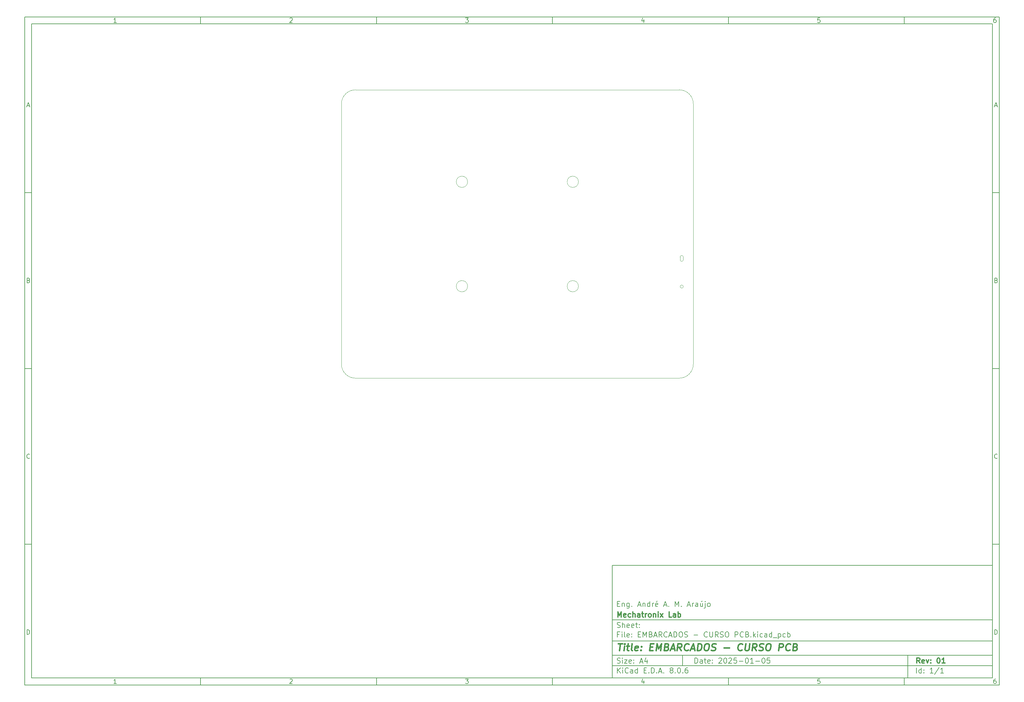
<source format=gbr>
%TF.GenerationSoftware,KiCad,Pcbnew,8.0.6*%
%TF.CreationDate,2025-01-05T13:15:26-03:00*%
%TF.ProjectId,EMBARCADOS - CURSO PCB,454d4241-5243-4414-944f-53202d204355,01*%
%TF.SameCoordinates,Original*%
%TF.FileFunction,Profile,NP*%
%FSLAX46Y46*%
G04 Gerber Fmt 4.6, Leading zero omitted, Abs format (unit mm)*
G04 Created by KiCad (PCBNEW 8.0.6) date 2025-01-05 13:15:26*
%MOMM*%
%LPD*%
G01*
G04 APERTURE LIST*
%ADD10C,0.100000*%
%ADD11C,0.150000*%
%ADD12C,0.300000*%
%ADD13C,0.400000*%
%TA.AperFunction,Profile*%
%ADD14C,0.050000*%
%TD*%
G04 APERTURE END LIST*
D10*
D11*
X177002200Y-166007200D02*
X285002200Y-166007200D01*
X285002200Y-198007200D01*
X177002200Y-198007200D01*
X177002200Y-166007200D01*
D10*
D11*
X10000000Y-10000000D02*
X287002200Y-10000000D01*
X287002200Y-200007200D01*
X10000000Y-200007200D01*
X10000000Y-10000000D01*
D10*
D11*
X12000000Y-12000000D02*
X285002200Y-12000000D01*
X285002200Y-198007200D01*
X12000000Y-198007200D01*
X12000000Y-12000000D01*
D10*
D11*
X60000000Y-12000000D02*
X60000000Y-10000000D01*
D10*
D11*
X110000000Y-12000000D02*
X110000000Y-10000000D01*
D10*
D11*
X160000000Y-12000000D02*
X160000000Y-10000000D01*
D10*
D11*
X210000000Y-12000000D02*
X210000000Y-10000000D01*
D10*
D11*
X260000000Y-12000000D02*
X260000000Y-10000000D01*
D10*
D11*
X36089160Y-11593604D02*
X35346303Y-11593604D01*
X35717731Y-11593604D02*
X35717731Y-10293604D01*
X35717731Y-10293604D02*
X35593922Y-10479319D01*
X35593922Y-10479319D02*
X35470112Y-10603128D01*
X35470112Y-10603128D02*
X35346303Y-10665033D01*
D10*
D11*
X85346303Y-10417414D02*
X85408207Y-10355509D01*
X85408207Y-10355509D02*
X85532017Y-10293604D01*
X85532017Y-10293604D02*
X85841541Y-10293604D01*
X85841541Y-10293604D02*
X85965350Y-10355509D01*
X85965350Y-10355509D02*
X86027255Y-10417414D01*
X86027255Y-10417414D02*
X86089160Y-10541223D01*
X86089160Y-10541223D02*
X86089160Y-10665033D01*
X86089160Y-10665033D02*
X86027255Y-10850747D01*
X86027255Y-10850747D02*
X85284398Y-11593604D01*
X85284398Y-11593604D02*
X86089160Y-11593604D01*
D10*
D11*
X135284398Y-10293604D02*
X136089160Y-10293604D01*
X136089160Y-10293604D02*
X135655826Y-10788842D01*
X135655826Y-10788842D02*
X135841541Y-10788842D01*
X135841541Y-10788842D02*
X135965350Y-10850747D01*
X135965350Y-10850747D02*
X136027255Y-10912652D01*
X136027255Y-10912652D02*
X136089160Y-11036461D01*
X136089160Y-11036461D02*
X136089160Y-11345985D01*
X136089160Y-11345985D02*
X136027255Y-11469795D01*
X136027255Y-11469795D02*
X135965350Y-11531700D01*
X135965350Y-11531700D02*
X135841541Y-11593604D01*
X135841541Y-11593604D02*
X135470112Y-11593604D01*
X135470112Y-11593604D02*
X135346303Y-11531700D01*
X135346303Y-11531700D02*
X135284398Y-11469795D01*
D10*
D11*
X185965350Y-10726938D02*
X185965350Y-11593604D01*
X185655826Y-10231700D02*
X185346303Y-11160271D01*
X185346303Y-11160271D02*
X186151064Y-11160271D01*
D10*
D11*
X236027255Y-10293604D02*
X235408207Y-10293604D01*
X235408207Y-10293604D02*
X235346303Y-10912652D01*
X235346303Y-10912652D02*
X235408207Y-10850747D01*
X235408207Y-10850747D02*
X235532017Y-10788842D01*
X235532017Y-10788842D02*
X235841541Y-10788842D01*
X235841541Y-10788842D02*
X235965350Y-10850747D01*
X235965350Y-10850747D02*
X236027255Y-10912652D01*
X236027255Y-10912652D02*
X236089160Y-11036461D01*
X236089160Y-11036461D02*
X236089160Y-11345985D01*
X236089160Y-11345985D02*
X236027255Y-11469795D01*
X236027255Y-11469795D02*
X235965350Y-11531700D01*
X235965350Y-11531700D02*
X235841541Y-11593604D01*
X235841541Y-11593604D02*
X235532017Y-11593604D01*
X235532017Y-11593604D02*
X235408207Y-11531700D01*
X235408207Y-11531700D02*
X235346303Y-11469795D01*
D10*
D11*
X285965350Y-10293604D02*
X285717731Y-10293604D01*
X285717731Y-10293604D02*
X285593922Y-10355509D01*
X285593922Y-10355509D02*
X285532017Y-10417414D01*
X285532017Y-10417414D02*
X285408207Y-10603128D01*
X285408207Y-10603128D02*
X285346303Y-10850747D01*
X285346303Y-10850747D02*
X285346303Y-11345985D01*
X285346303Y-11345985D02*
X285408207Y-11469795D01*
X285408207Y-11469795D02*
X285470112Y-11531700D01*
X285470112Y-11531700D02*
X285593922Y-11593604D01*
X285593922Y-11593604D02*
X285841541Y-11593604D01*
X285841541Y-11593604D02*
X285965350Y-11531700D01*
X285965350Y-11531700D02*
X286027255Y-11469795D01*
X286027255Y-11469795D02*
X286089160Y-11345985D01*
X286089160Y-11345985D02*
X286089160Y-11036461D01*
X286089160Y-11036461D02*
X286027255Y-10912652D01*
X286027255Y-10912652D02*
X285965350Y-10850747D01*
X285965350Y-10850747D02*
X285841541Y-10788842D01*
X285841541Y-10788842D02*
X285593922Y-10788842D01*
X285593922Y-10788842D02*
X285470112Y-10850747D01*
X285470112Y-10850747D02*
X285408207Y-10912652D01*
X285408207Y-10912652D02*
X285346303Y-11036461D01*
D10*
D11*
X60000000Y-198007200D02*
X60000000Y-200007200D01*
D10*
D11*
X110000000Y-198007200D02*
X110000000Y-200007200D01*
D10*
D11*
X160000000Y-198007200D02*
X160000000Y-200007200D01*
D10*
D11*
X210000000Y-198007200D02*
X210000000Y-200007200D01*
D10*
D11*
X260000000Y-198007200D02*
X260000000Y-200007200D01*
D10*
D11*
X36089160Y-199600804D02*
X35346303Y-199600804D01*
X35717731Y-199600804D02*
X35717731Y-198300804D01*
X35717731Y-198300804D02*
X35593922Y-198486519D01*
X35593922Y-198486519D02*
X35470112Y-198610328D01*
X35470112Y-198610328D02*
X35346303Y-198672233D01*
D10*
D11*
X85346303Y-198424614D02*
X85408207Y-198362709D01*
X85408207Y-198362709D02*
X85532017Y-198300804D01*
X85532017Y-198300804D02*
X85841541Y-198300804D01*
X85841541Y-198300804D02*
X85965350Y-198362709D01*
X85965350Y-198362709D02*
X86027255Y-198424614D01*
X86027255Y-198424614D02*
X86089160Y-198548423D01*
X86089160Y-198548423D02*
X86089160Y-198672233D01*
X86089160Y-198672233D02*
X86027255Y-198857947D01*
X86027255Y-198857947D02*
X85284398Y-199600804D01*
X85284398Y-199600804D02*
X86089160Y-199600804D01*
D10*
D11*
X135284398Y-198300804D02*
X136089160Y-198300804D01*
X136089160Y-198300804D02*
X135655826Y-198796042D01*
X135655826Y-198796042D02*
X135841541Y-198796042D01*
X135841541Y-198796042D02*
X135965350Y-198857947D01*
X135965350Y-198857947D02*
X136027255Y-198919852D01*
X136027255Y-198919852D02*
X136089160Y-199043661D01*
X136089160Y-199043661D02*
X136089160Y-199353185D01*
X136089160Y-199353185D02*
X136027255Y-199476995D01*
X136027255Y-199476995D02*
X135965350Y-199538900D01*
X135965350Y-199538900D02*
X135841541Y-199600804D01*
X135841541Y-199600804D02*
X135470112Y-199600804D01*
X135470112Y-199600804D02*
X135346303Y-199538900D01*
X135346303Y-199538900D02*
X135284398Y-199476995D01*
D10*
D11*
X185965350Y-198734138D02*
X185965350Y-199600804D01*
X185655826Y-198238900D02*
X185346303Y-199167471D01*
X185346303Y-199167471D02*
X186151064Y-199167471D01*
D10*
D11*
X236027255Y-198300804D02*
X235408207Y-198300804D01*
X235408207Y-198300804D02*
X235346303Y-198919852D01*
X235346303Y-198919852D02*
X235408207Y-198857947D01*
X235408207Y-198857947D02*
X235532017Y-198796042D01*
X235532017Y-198796042D02*
X235841541Y-198796042D01*
X235841541Y-198796042D02*
X235965350Y-198857947D01*
X235965350Y-198857947D02*
X236027255Y-198919852D01*
X236027255Y-198919852D02*
X236089160Y-199043661D01*
X236089160Y-199043661D02*
X236089160Y-199353185D01*
X236089160Y-199353185D02*
X236027255Y-199476995D01*
X236027255Y-199476995D02*
X235965350Y-199538900D01*
X235965350Y-199538900D02*
X235841541Y-199600804D01*
X235841541Y-199600804D02*
X235532017Y-199600804D01*
X235532017Y-199600804D02*
X235408207Y-199538900D01*
X235408207Y-199538900D02*
X235346303Y-199476995D01*
D10*
D11*
X285965350Y-198300804D02*
X285717731Y-198300804D01*
X285717731Y-198300804D02*
X285593922Y-198362709D01*
X285593922Y-198362709D02*
X285532017Y-198424614D01*
X285532017Y-198424614D02*
X285408207Y-198610328D01*
X285408207Y-198610328D02*
X285346303Y-198857947D01*
X285346303Y-198857947D02*
X285346303Y-199353185D01*
X285346303Y-199353185D02*
X285408207Y-199476995D01*
X285408207Y-199476995D02*
X285470112Y-199538900D01*
X285470112Y-199538900D02*
X285593922Y-199600804D01*
X285593922Y-199600804D02*
X285841541Y-199600804D01*
X285841541Y-199600804D02*
X285965350Y-199538900D01*
X285965350Y-199538900D02*
X286027255Y-199476995D01*
X286027255Y-199476995D02*
X286089160Y-199353185D01*
X286089160Y-199353185D02*
X286089160Y-199043661D01*
X286089160Y-199043661D02*
X286027255Y-198919852D01*
X286027255Y-198919852D02*
X285965350Y-198857947D01*
X285965350Y-198857947D02*
X285841541Y-198796042D01*
X285841541Y-198796042D02*
X285593922Y-198796042D01*
X285593922Y-198796042D02*
X285470112Y-198857947D01*
X285470112Y-198857947D02*
X285408207Y-198919852D01*
X285408207Y-198919852D02*
X285346303Y-199043661D01*
D10*
D11*
X10000000Y-60000000D02*
X12000000Y-60000000D01*
D10*
D11*
X10000000Y-110000000D02*
X12000000Y-110000000D01*
D10*
D11*
X10000000Y-160000000D02*
X12000000Y-160000000D01*
D10*
D11*
X10690476Y-35222176D02*
X11309523Y-35222176D01*
X10566666Y-35593604D02*
X10999999Y-34293604D01*
X10999999Y-34293604D02*
X11433333Y-35593604D01*
D10*
D11*
X11092857Y-84912652D02*
X11278571Y-84974557D01*
X11278571Y-84974557D02*
X11340476Y-85036461D01*
X11340476Y-85036461D02*
X11402380Y-85160271D01*
X11402380Y-85160271D02*
X11402380Y-85345985D01*
X11402380Y-85345985D02*
X11340476Y-85469795D01*
X11340476Y-85469795D02*
X11278571Y-85531700D01*
X11278571Y-85531700D02*
X11154761Y-85593604D01*
X11154761Y-85593604D02*
X10659523Y-85593604D01*
X10659523Y-85593604D02*
X10659523Y-84293604D01*
X10659523Y-84293604D02*
X11092857Y-84293604D01*
X11092857Y-84293604D02*
X11216666Y-84355509D01*
X11216666Y-84355509D02*
X11278571Y-84417414D01*
X11278571Y-84417414D02*
X11340476Y-84541223D01*
X11340476Y-84541223D02*
X11340476Y-84665033D01*
X11340476Y-84665033D02*
X11278571Y-84788842D01*
X11278571Y-84788842D02*
X11216666Y-84850747D01*
X11216666Y-84850747D02*
X11092857Y-84912652D01*
X11092857Y-84912652D02*
X10659523Y-84912652D01*
D10*
D11*
X11402380Y-135469795D02*
X11340476Y-135531700D01*
X11340476Y-135531700D02*
X11154761Y-135593604D01*
X11154761Y-135593604D02*
X11030952Y-135593604D01*
X11030952Y-135593604D02*
X10845238Y-135531700D01*
X10845238Y-135531700D02*
X10721428Y-135407890D01*
X10721428Y-135407890D02*
X10659523Y-135284080D01*
X10659523Y-135284080D02*
X10597619Y-135036461D01*
X10597619Y-135036461D02*
X10597619Y-134850747D01*
X10597619Y-134850747D02*
X10659523Y-134603128D01*
X10659523Y-134603128D02*
X10721428Y-134479319D01*
X10721428Y-134479319D02*
X10845238Y-134355509D01*
X10845238Y-134355509D02*
X11030952Y-134293604D01*
X11030952Y-134293604D02*
X11154761Y-134293604D01*
X11154761Y-134293604D02*
X11340476Y-134355509D01*
X11340476Y-134355509D02*
X11402380Y-134417414D01*
D10*
D11*
X10659523Y-185593604D02*
X10659523Y-184293604D01*
X10659523Y-184293604D02*
X10969047Y-184293604D01*
X10969047Y-184293604D02*
X11154761Y-184355509D01*
X11154761Y-184355509D02*
X11278571Y-184479319D01*
X11278571Y-184479319D02*
X11340476Y-184603128D01*
X11340476Y-184603128D02*
X11402380Y-184850747D01*
X11402380Y-184850747D02*
X11402380Y-185036461D01*
X11402380Y-185036461D02*
X11340476Y-185284080D01*
X11340476Y-185284080D02*
X11278571Y-185407890D01*
X11278571Y-185407890D02*
X11154761Y-185531700D01*
X11154761Y-185531700D02*
X10969047Y-185593604D01*
X10969047Y-185593604D02*
X10659523Y-185593604D01*
D10*
D11*
X287002200Y-60000000D02*
X285002200Y-60000000D01*
D10*
D11*
X287002200Y-110000000D02*
X285002200Y-110000000D01*
D10*
D11*
X287002200Y-160000000D02*
X285002200Y-160000000D01*
D10*
D11*
X285692676Y-35222176D02*
X286311723Y-35222176D01*
X285568866Y-35593604D02*
X286002199Y-34293604D01*
X286002199Y-34293604D02*
X286435533Y-35593604D01*
D10*
D11*
X286095057Y-84912652D02*
X286280771Y-84974557D01*
X286280771Y-84974557D02*
X286342676Y-85036461D01*
X286342676Y-85036461D02*
X286404580Y-85160271D01*
X286404580Y-85160271D02*
X286404580Y-85345985D01*
X286404580Y-85345985D02*
X286342676Y-85469795D01*
X286342676Y-85469795D02*
X286280771Y-85531700D01*
X286280771Y-85531700D02*
X286156961Y-85593604D01*
X286156961Y-85593604D02*
X285661723Y-85593604D01*
X285661723Y-85593604D02*
X285661723Y-84293604D01*
X285661723Y-84293604D02*
X286095057Y-84293604D01*
X286095057Y-84293604D02*
X286218866Y-84355509D01*
X286218866Y-84355509D02*
X286280771Y-84417414D01*
X286280771Y-84417414D02*
X286342676Y-84541223D01*
X286342676Y-84541223D02*
X286342676Y-84665033D01*
X286342676Y-84665033D02*
X286280771Y-84788842D01*
X286280771Y-84788842D02*
X286218866Y-84850747D01*
X286218866Y-84850747D02*
X286095057Y-84912652D01*
X286095057Y-84912652D02*
X285661723Y-84912652D01*
D10*
D11*
X286404580Y-135469795D02*
X286342676Y-135531700D01*
X286342676Y-135531700D02*
X286156961Y-135593604D01*
X286156961Y-135593604D02*
X286033152Y-135593604D01*
X286033152Y-135593604D02*
X285847438Y-135531700D01*
X285847438Y-135531700D02*
X285723628Y-135407890D01*
X285723628Y-135407890D02*
X285661723Y-135284080D01*
X285661723Y-135284080D02*
X285599819Y-135036461D01*
X285599819Y-135036461D02*
X285599819Y-134850747D01*
X285599819Y-134850747D02*
X285661723Y-134603128D01*
X285661723Y-134603128D02*
X285723628Y-134479319D01*
X285723628Y-134479319D02*
X285847438Y-134355509D01*
X285847438Y-134355509D02*
X286033152Y-134293604D01*
X286033152Y-134293604D02*
X286156961Y-134293604D01*
X286156961Y-134293604D02*
X286342676Y-134355509D01*
X286342676Y-134355509D02*
X286404580Y-134417414D01*
D10*
D11*
X285661723Y-185593604D02*
X285661723Y-184293604D01*
X285661723Y-184293604D02*
X285971247Y-184293604D01*
X285971247Y-184293604D02*
X286156961Y-184355509D01*
X286156961Y-184355509D02*
X286280771Y-184479319D01*
X286280771Y-184479319D02*
X286342676Y-184603128D01*
X286342676Y-184603128D02*
X286404580Y-184850747D01*
X286404580Y-184850747D02*
X286404580Y-185036461D01*
X286404580Y-185036461D02*
X286342676Y-185284080D01*
X286342676Y-185284080D02*
X286280771Y-185407890D01*
X286280771Y-185407890D02*
X286156961Y-185531700D01*
X286156961Y-185531700D02*
X285971247Y-185593604D01*
X285971247Y-185593604D02*
X285661723Y-185593604D01*
D10*
D11*
X200458026Y-193793328D02*
X200458026Y-192293328D01*
X200458026Y-192293328D02*
X200815169Y-192293328D01*
X200815169Y-192293328D02*
X201029455Y-192364757D01*
X201029455Y-192364757D02*
X201172312Y-192507614D01*
X201172312Y-192507614D02*
X201243741Y-192650471D01*
X201243741Y-192650471D02*
X201315169Y-192936185D01*
X201315169Y-192936185D02*
X201315169Y-193150471D01*
X201315169Y-193150471D02*
X201243741Y-193436185D01*
X201243741Y-193436185D02*
X201172312Y-193579042D01*
X201172312Y-193579042D02*
X201029455Y-193721900D01*
X201029455Y-193721900D02*
X200815169Y-193793328D01*
X200815169Y-193793328D02*
X200458026Y-193793328D01*
X202600884Y-193793328D02*
X202600884Y-193007614D01*
X202600884Y-193007614D02*
X202529455Y-192864757D01*
X202529455Y-192864757D02*
X202386598Y-192793328D01*
X202386598Y-192793328D02*
X202100884Y-192793328D01*
X202100884Y-192793328D02*
X201958026Y-192864757D01*
X202600884Y-193721900D02*
X202458026Y-193793328D01*
X202458026Y-193793328D02*
X202100884Y-193793328D01*
X202100884Y-193793328D02*
X201958026Y-193721900D01*
X201958026Y-193721900D02*
X201886598Y-193579042D01*
X201886598Y-193579042D02*
X201886598Y-193436185D01*
X201886598Y-193436185D02*
X201958026Y-193293328D01*
X201958026Y-193293328D02*
X202100884Y-193221900D01*
X202100884Y-193221900D02*
X202458026Y-193221900D01*
X202458026Y-193221900D02*
X202600884Y-193150471D01*
X203100884Y-192793328D02*
X203672312Y-192793328D01*
X203315169Y-192293328D02*
X203315169Y-193579042D01*
X203315169Y-193579042D02*
X203386598Y-193721900D01*
X203386598Y-193721900D02*
X203529455Y-193793328D01*
X203529455Y-193793328D02*
X203672312Y-193793328D01*
X204743741Y-193721900D02*
X204600884Y-193793328D01*
X204600884Y-193793328D02*
X204315170Y-193793328D01*
X204315170Y-193793328D02*
X204172312Y-193721900D01*
X204172312Y-193721900D02*
X204100884Y-193579042D01*
X204100884Y-193579042D02*
X204100884Y-193007614D01*
X204100884Y-193007614D02*
X204172312Y-192864757D01*
X204172312Y-192864757D02*
X204315170Y-192793328D01*
X204315170Y-192793328D02*
X204600884Y-192793328D01*
X204600884Y-192793328D02*
X204743741Y-192864757D01*
X204743741Y-192864757D02*
X204815170Y-193007614D01*
X204815170Y-193007614D02*
X204815170Y-193150471D01*
X204815170Y-193150471D02*
X204100884Y-193293328D01*
X205458026Y-193650471D02*
X205529455Y-193721900D01*
X205529455Y-193721900D02*
X205458026Y-193793328D01*
X205458026Y-193793328D02*
X205386598Y-193721900D01*
X205386598Y-193721900D02*
X205458026Y-193650471D01*
X205458026Y-193650471D02*
X205458026Y-193793328D01*
X205458026Y-192864757D02*
X205529455Y-192936185D01*
X205529455Y-192936185D02*
X205458026Y-193007614D01*
X205458026Y-193007614D02*
X205386598Y-192936185D01*
X205386598Y-192936185D02*
X205458026Y-192864757D01*
X205458026Y-192864757D02*
X205458026Y-193007614D01*
X207243741Y-192436185D02*
X207315169Y-192364757D01*
X207315169Y-192364757D02*
X207458027Y-192293328D01*
X207458027Y-192293328D02*
X207815169Y-192293328D01*
X207815169Y-192293328D02*
X207958027Y-192364757D01*
X207958027Y-192364757D02*
X208029455Y-192436185D01*
X208029455Y-192436185D02*
X208100884Y-192579042D01*
X208100884Y-192579042D02*
X208100884Y-192721900D01*
X208100884Y-192721900D02*
X208029455Y-192936185D01*
X208029455Y-192936185D02*
X207172312Y-193793328D01*
X207172312Y-193793328D02*
X208100884Y-193793328D01*
X209029455Y-192293328D02*
X209172312Y-192293328D01*
X209172312Y-192293328D02*
X209315169Y-192364757D01*
X209315169Y-192364757D02*
X209386598Y-192436185D01*
X209386598Y-192436185D02*
X209458026Y-192579042D01*
X209458026Y-192579042D02*
X209529455Y-192864757D01*
X209529455Y-192864757D02*
X209529455Y-193221900D01*
X209529455Y-193221900D02*
X209458026Y-193507614D01*
X209458026Y-193507614D02*
X209386598Y-193650471D01*
X209386598Y-193650471D02*
X209315169Y-193721900D01*
X209315169Y-193721900D02*
X209172312Y-193793328D01*
X209172312Y-193793328D02*
X209029455Y-193793328D01*
X209029455Y-193793328D02*
X208886598Y-193721900D01*
X208886598Y-193721900D02*
X208815169Y-193650471D01*
X208815169Y-193650471D02*
X208743740Y-193507614D01*
X208743740Y-193507614D02*
X208672312Y-193221900D01*
X208672312Y-193221900D02*
X208672312Y-192864757D01*
X208672312Y-192864757D02*
X208743740Y-192579042D01*
X208743740Y-192579042D02*
X208815169Y-192436185D01*
X208815169Y-192436185D02*
X208886598Y-192364757D01*
X208886598Y-192364757D02*
X209029455Y-192293328D01*
X210100883Y-192436185D02*
X210172311Y-192364757D01*
X210172311Y-192364757D02*
X210315169Y-192293328D01*
X210315169Y-192293328D02*
X210672311Y-192293328D01*
X210672311Y-192293328D02*
X210815169Y-192364757D01*
X210815169Y-192364757D02*
X210886597Y-192436185D01*
X210886597Y-192436185D02*
X210958026Y-192579042D01*
X210958026Y-192579042D02*
X210958026Y-192721900D01*
X210958026Y-192721900D02*
X210886597Y-192936185D01*
X210886597Y-192936185D02*
X210029454Y-193793328D01*
X210029454Y-193793328D02*
X210958026Y-193793328D01*
X212315168Y-192293328D02*
X211600882Y-192293328D01*
X211600882Y-192293328D02*
X211529454Y-193007614D01*
X211529454Y-193007614D02*
X211600882Y-192936185D01*
X211600882Y-192936185D02*
X211743740Y-192864757D01*
X211743740Y-192864757D02*
X212100882Y-192864757D01*
X212100882Y-192864757D02*
X212243740Y-192936185D01*
X212243740Y-192936185D02*
X212315168Y-193007614D01*
X212315168Y-193007614D02*
X212386597Y-193150471D01*
X212386597Y-193150471D02*
X212386597Y-193507614D01*
X212386597Y-193507614D02*
X212315168Y-193650471D01*
X212315168Y-193650471D02*
X212243740Y-193721900D01*
X212243740Y-193721900D02*
X212100882Y-193793328D01*
X212100882Y-193793328D02*
X211743740Y-193793328D01*
X211743740Y-193793328D02*
X211600882Y-193721900D01*
X211600882Y-193721900D02*
X211529454Y-193650471D01*
X213029453Y-193221900D02*
X214172311Y-193221900D01*
X215172311Y-192293328D02*
X215315168Y-192293328D01*
X215315168Y-192293328D02*
X215458025Y-192364757D01*
X215458025Y-192364757D02*
X215529454Y-192436185D01*
X215529454Y-192436185D02*
X215600882Y-192579042D01*
X215600882Y-192579042D02*
X215672311Y-192864757D01*
X215672311Y-192864757D02*
X215672311Y-193221900D01*
X215672311Y-193221900D02*
X215600882Y-193507614D01*
X215600882Y-193507614D02*
X215529454Y-193650471D01*
X215529454Y-193650471D02*
X215458025Y-193721900D01*
X215458025Y-193721900D02*
X215315168Y-193793328D01*
X215315168Y-193793328D02*
X215172311Y-193793328D01*
X215172311Y-193793328D02*
X215029454Y-193721900D01*
X215029454Y-193721900D02*
X214958025Y-193650471D01*
X214958025Y-193650471D02*
X214886596Y-193507614D01*
X214886596Y-193507614D02*
X214815168Y-193221900D01*
X214815168Y-193221900D02*
X214815168Y-192864757D01*
X214815168Y-192864757D02*
X214886596Y-192579042D01*
X214886596Y-192579042D02*
X214958025Y-192436185D01*
X214958025Y-192436185D02*
X215029454Y-192364757D01*
X215029454Y-192364757D02*
X215172311Y-192293328D01*
X217100882Y-193793328D02*
X216243739Y-193793328D01*
X216672310Y-193793328D02*
X216672310Y-192293328D01*
X216672310Y-192293328D02*
X216529453Y-192507614D01*
X216529453Y-192507614D02*
X216386596Y-192650471D01*
X216386596Y-192650471D02*
X216243739Y-192721900D01*
X217743738Y-193221900D02*
X218886596Y-193221900D01*
X219886596Y-192293328D02*
X220029453Y-192293328D01*
X220029453Y-192293328D02*
X220172310Y-192364757D01*
X220172310Y-192364757D02*
X220243739Y-192436185D01*
X220243739Y-192436185D02*
X220315167Y-192579042D01*
X220315167Y-192579042D02*
X220386596Y-192864757D01*
X220386596Y-192864757D02*
X220386596Y-193221900D01*
X220386596Y-193221900D02*
X220315167Y-193507614D01*
X220315167Y-193507614D02*
X220243739Y-193650471D01*
X220243739Y-193650471D02*
X220172310Y-193721900D01*
X220172310Y-193721900D02*
X220029453Y-193793328D01*
X220029453Y-193793328D02*
X219886596Y-193793328D01*
X219886596Y-193793328D02*
X219743739Y-193721900D01*
X219743739Y-193721900D02*
X219672310Y-193650471D01*
X219672310Y-193650471D02*
X219600881Y-193507614D01*
X219600881Y-193507614D02*
X219529453Y-193221900D01*
X219529453Y-193221900D02*
X219529453Y-192864757D01*
X219529453Y-192864757D02*
X219600881Y-192579042D01*
X219600881Y-192579042D02*
X219672310Y-192436185D01*
X219672310Y-192436185D02*
X219743739Y-192364757D01*
X219743739Y-192364757D02*
X219886596Y-192293328D01*
X221743738Y-192293328D02*
X221029452Y-192293328D01*
X221029452Y-192293328D02*
X220958024Y-193007614D01*
X220958024Y-193007614D02*
X221029452Y-192936185D01*
X221029452Y-192936185D02*
X221172310Y-192864757D01*
X221172310Y-192864757D02*
X221529452Y-192864757D01*
X221529452Y-192864757D02*
X221672310Y-192936185D01*
X221672310Y-192936185D02*
X221743738Y-193007614D01*
X221743738Y-193007614D02*
X221815167Y-193150471D01*
X221815167Y-193150471D02*
X221815167Y-193507614D01*
X221815167Y-193507614D02*
X221743738Y-193650471D01*
X221743738Y-193650471D02*
X221672310Y-193721900D01*
X221672310Y-193721900D02*
X221529452Y-193793328D01*
X221529452Y-193793328D02*
X221172310Y-193793328D01*
X221172310Y-193793328D02*
X221029452Y-193721900D01*
X221029452Y-193721900D02*
X220958024Y-193650471D01*
D10*
D11*
X177002200Y-194507200D02*
X285002200Y-194507200D01*
D10*
D11*
X178458026Y-196593328D02*
X178458026Y-195093328D01*
X179315169Y-196593328D02*
X178672312Y-195736185D01*
X179315169Y-195093328D02*
X178458026Y-195950471D01*
X179958026Y-196593328D02*
X179958026Y-195593328D01*
X179958026Y-195093328D02*
X179886598Y-195164757D01*
X179886598Y-195164757D02*
X179958026Y-195236185D01*
X179958026Y-195236185D02*
X180029455Y-195164757D01*
X180029455Y-195164757D02*
X179958026Y-195093328D01*
X179958026Y-195093328D02*
X179958026Y-195236185D01*
X181529455Y-196450471D02*
X181458027Y-196521900D01*
X181458027Y-196521900D02*
X181243741Y-196593328D01*
X181243741Y-196593328D02*
X181100884Y-196593328D01*
X181100884Y-196593328D02*
X180886598Y-196521900D01*
X180886598Y-196521900D02*
X180743741Y-196379042D01*
X180743741Y-196379042D02*
X180672312Y-196236185D01*
X180672312Y-196236185D02*
X180600884Y-195950471D01*
X180600884Y-195950471D02*
X180600884Y-195736185D01*
X180600884Y-195736185D02*
X180672312Y-195450471D01*
X180672312Y-195450471D02*
X180743741Y-195307614D01*
X180743741Y-195307614D02*
X180886598Y-195164757D01*
X180886598Y-195164757D02*
X181100884Y-195093328D01*
X181100884Y-195093328D02*
X181243741Y-195093328D01*
X181243741Y-195093328D02*
X181458027Y-195164757D01*
X181458027Y-195164757D02*
X181529455Y-195236185D01*
X182815170Y-196593328D02*
X182815170Y-195807614D01*
X182815170Y-195807614D02*
X182743741Y-195664757D01*
X182743741Y-195664757D02*
X182600884Y-195593328D01*
X182600884Y-195593328D02*
X182315170Y-195593328D01*
X182315170Y-195593328D02*
X182172312Y-195664757D01*
X182815170Y-196521900D02*
X182672312Y-196593328D01*
X182672312Y-196593328D02*
X182315170Y-196593328D01*
X182315170Y-196593328D02*
X182172312Y-196521900D01*
X182172312Y-196521900D02*
X182100884Y-196379042D01*
X182100884Y-196379042D02*
X182100884Y-196236185D01*
X182100884Y-196236185D02*
X182172312Y-196093328D01*
X182172312Y-196093328D02*
X182315170Y-196021900D01*
X182315170Y-196021900D02*
X182672312Y-196021900D01*
X182672312Y-196021900D02*
X182815170Y-195950471D01*
X184172313Y-196593328D02*
X184172313Y-195093328D01*
X184172313Y-196521900D02*
X184029455Y-196593328D01*
X184029455Y-196593328D02*
X183743741Y-196593328D01*
X183743741Y-196593328D02*
X183600884Y-196521900D01*
X183600884Y-196521900D02*
X183529455Y-196450471D01*
X183529455Y-196450471D02*
X183458027Y-196307614D01*
X183458027Y-196307614D02*
X183458027Y-195879042D01*
X183458027Y-195879042D02*
X183529455Y-195736185D01*
X183529455Y-195736185D02*
X183600884Y-195664757D01*
X183600884Y-195664757D02*
X183743741Y-195593328D01*
X183743741Y-195593328D02*
X184029455Y-195593328D01*
X184029455Y-195593328D02*
X184172313Y-195664757D01*
X186029455Y-195807614D02*
X186529455Y-195807614D01*
X186743741Y-196593328D02*
X186029455Y-196593328D01*
X186029455Y-196593328D02*
X186029455Y-195093328D01*
X186029455Y-195093328D02*
X186743741Y-195093328D01*
X187386598Y-196450471D02*
X187458027Y-196521900D01*
X187458027Y-196521900D02*
X187386598Y-196593328D01*
X187386598Y-196593328D02*
X187315170Y-196521900D01*
X187315170Y-196521900D02*
X187386598Y-196450471D01*
X187386598Y-196450471D02*
X187386598Y-196593328D01*
X188100884Y-196593328D02*
X188100884Y-195093328D01*
X188100884Y-195093328D02*
X188458027Y-195093328D01*
X188458027Y-195093328D02*
X188672313Y-195164757D01*
X188672313Y-195164757D02*
X188815170Y-195307614D01*
X188815170Y-195307614D02*
X188886599Y-195450471D01*
X188886599Y-195450471D02*
X188958027Y-195736185D01*
X188958027Y-195736185D02*
X188958027Y-195950471D01*
X188958027Y-195950471D02*
X188886599Y-196236185D01*
X188886599Y-196236185D02*
X188815170Y-196379042D01*
X188815170Y-196379042D02*
X188672313Y-196521900D01*
X188672313Y-196521900D02*
X188458027Y-196593328D01*
X188458027Y-196593328D02*
X188100884Y-196593328D01*
X189600884Y-196450471D02*
X189672313Y-196521900D01*
X189672313Y-196521900D02*
X189600884Y-196593328D01*
X189600884Y-196593328D02*
X189529456Y-196521900D01*
X189529456Y-196521900D02*
X189600884Y-196450471D01*
X189600884Y-196450471D02*
X189600884Y-196593328D01*
X190243742Y-196164757D02*
X190958028Y-196164757D01*
X190100885Y-196593328D02*
X190600885Y-195093328D01*
X190600885Y-195093328D02*
X191100885Y-196593328D01*
X191600884Y-196450471D02*
X191672313Y-196521900D01*
X191672313Y-196521900D02*
X191600884Y-196593328D01*
X191600884Y-196593328D02*
X191529456Y-196521900D01*
X191529456Y-196521900D02*
X191600884Y-196450471D01*
X191600884Y-196450471D02*
X191600884Y-196593328D01*
X193672313Y-195736185D02*
X193529456Y-195664757D01*
X193529456Y-195664757D02*
X193458027Y-195593328D01*
X193458027Y-195593328D02*
X193386599Y-195450471D01*
X193386599Y-195450471D02*
X193386599Y-195379042D01*
X193386599Y-195379042D02*
X193458027Y-195236185D01*
X193458027Y-195236185D02*
X193529456Y-195164757D01*
X193529456Y-195164757D02*
X193672313Y-195093328D01*
X193672313Y-195093328D02*
X193958027Y-195093328D01*
X193958027Y-195093328D02*
X194100885Y-195164757D01*
X194100885Y-195164757D02*
X194172313Y-195236185D01*
X194172313Y-195236185D02*
X194243742Y-195379042D01*
X194243742Y-195379042D02*
X194243742Y-195450471D01*
X194243742Y-195450471D02*
X194172313Y-195593328D01*
X194172313Y-195593328D02*
X194100885Y-195664757D01*
X194100885Y-195664757D02*
X193958027Y-195736185D01*
X193958027Y-195736185D02*
X193672313Y-195736185D01*
X193672313Y-195736185D02*
X193529456Y-195807614D01*
X193529456Y-195807614D02*
X193458027Y-195879042D01*
X193458027Y-195879042D02*
X193386599Y-196021900D01*
X193386599Y-196021900D02*
X193386599Y-196307614D01*
X193386599Y-196307614D02*
X193458027Y-196450471D01*
X193458027Y-196450471D02*
X193529456Y-196521900D01*
X193529456Y-196521900D02*
X193672313Y-196593328D01*
X193672313Y-196593328D02*
X193958027Y-196593328D01*
X193958027Y-196593328D02*
X194100885Y-196521900D01*
X194100885Y-196521900D02*
X194172313Y-196450471D01*
X194172313Y-196450471D02*
X194243742Y-196307614D01*
X194243742Y-196307614D02*
X194243742Y-196021900D01*
X194243742Y-196021900D02*
X194172313Y-195879042D01*
X194172313Y-195879042D02*
X194100885Y-195807614D01*
X194100885Y-195807614D02*
X193958027Y-195736185D01*
X194886598Y-196450471D02*
X194958027Y-196521900D01*
X194958027Y-196521900D02*
X194886598Y-196593328D01*
X194886598Y-196593328D02*
X194815170Y-196521900D01*
X194815170Y-196521900D02*
X194886598Y-196450471D01*
X194886598Y-196450471D02*
X194886598Y-196593328D01*
X195886599Y-195093328D02*
X196029456Y-195093328D01*
X196029456Y-195093328D02*
X196172313Y-195164757D01*
X196172313Y-195164757D02*
X196243742Y-195236185D01*
X196243742Y-195236185D02*
X196315170Y-195379042D01*
X196315170Y-195379042D02*
X196386599Y-195664757D01*
X196386599Y-195664757D02*
X196386599Y-196021900D01*
X196386599Y-196021900D02*
X196315170Y-196307614D01*
X196315170Y-196307614D02*
X196243742Y-196450471D01*
X196243742Y-196450471D02*
X196172313Y-196521900D01*
X196172313Y-196521900D02*
X196029456Y-196593328D01*
X196029456Y-196593328D02*
X195886599Y-196593328D01*
X195886599Y-196593328D02*
X195743742Y-196521900D01*
X195743742Y-196521900D02*
X195672313Y-196450471D01*
X195672313Y-196450471D02*
X195600884Y-196307614D01*
X195600884Y-196307614D02*
X195529456Y-196021900D01*
X195529456Y-196021900D02*
X195529456Y-195664757D01*
X195529456Y-195664757D02*
X195600884Y-195379042D01*
X195600884Y-195379042D02*
X195672313Y-195236185D01*
X195672313Y-195236185D02*
X195743742Y-195164757D01*
X195743742Y-195164757D02*
X195886599Y-195093328D01*
X197029455Y-196450471D02*
X197100884Y-196521900D01*
X197100884Y-196521900D02*
X197029455Y-196593328D01*
X197029455Y-196593328D02*
X196958027Y-196521900D01*
X196958027Y-196521900D02*
X197029455Y-196450471D01*
X197029455Y-196450471D02*
X197029455Y-196593328D01*
X198386599Y-195093328D02*
X198100884Y-195093328D01*
X198100884Y-195093328D02*
X197958027Y-195164757D01*
X197958027Y-195164757D02*
X197886599Y-195236185D01*
X197886599Y-195236185D02*
X197743741Y-195450471D01*
X197743741Y-195450471D02*
X197672313Y-195736185D01*
X197672313Y-195736185D02*
X197672313Y-196307614D01*
X197672313Y-196307614D02*
X197743741Y-196450471D01*
X197743741Y-196450471D02*
X197815170Y-196521900D01*
X197815170Y-196521900D02*
X197958027Y-196593328D01*
X197958027Y-196593328D02*
X198243741Y-196593328D01*
X198243741Y-196593328D02*
X198386599Y-196521900D01*
X198386599Y-196521900D02*
X198458027Y-196450471D01*
X198458027Y-196450471D02*
X198529456Y-196307614D01*
X198529456Y-196307614D02*
X198529456Y-195950471D01*
X198529456Y-195950471D02*
X198458027Y-195807614D01*
X198458027Y-195807614D02*
X198386599Y-195736185D01*
X198386599Y-195736185D02*
X198243741Y-195664757D01*
X198243741Y-195664757D02*
X197958027Y-195664757D01*
X197958027Y-195664757D02*
X197815170Y-195736185D01*
X197815170Y-195736185D02*
X197743741Y-195807614D01*
X197743741Y-195807614D02*
X197672313Y-195950471D01*
D10*
D11*
X177002200Y-191507200D02*
X285002200Y-191507200D01*
D10*
D12*
X264413853Y-193785528D02*
X263913853Y-193071242D01*
X263556710Y-193785528D02*
X263556710Y-192285528D01*
X263556710Y-192285528D02*
X264128139Y-192285528D01*
X264128139Y-192285528D02*
X264270996Y-192356957D01*
X264270996Y-192356957D02*
X264342425Y-192428385D01*
X264342425Y-192428385D02*
X264413853Y-192571242D01*
X264413853Y-192571242D02*
X264413853Y-192785528D01*
X264413853Y-192785528D02*
X264342425Y-192928385D01*
X264342425Y-192928385D02*
X264270996Y-192999814D01*
X264270996Y-192999814D02*
X264128139Y-193071242D01*
X264128139Y-193071242D02*
X263556710Y-193071242D01*
X265628139Y-193714100D02*
X265485282Y-193785528D01*
X265485282Y-193785528D02*
X265199568Y-193785528D01*
X265199568Y-193785528D02*
X265056710Y-193714100D01*
X265056710Y-193714100D02*
X264985282Y-193571242D01*
X264985282Y-193571242D02*
X264985282Y-192999814D01*
X264985282Y-192999814D02*
X265056710Y-192856957D01*
X265056710Y-192856957D02*
X265199568Y-192785528D01*
X265199568Y-192785528D02*
X265485282Y-192785528D01*
X265485282Y-192785528D02*
X265628139Y-192856957D01*
X265628139Y-192856957D02*
X265699568Y-192999814D01*
X265699568Y-192999814D02*
X265699568Y-193142671D01*
X265699568Y-193142671D02*
X264985282Y-193285528D01*
X266199567Y-192785528D02*
X266556710Y-193785528D01*
X266556710Y-193785528D02*
X266913853Y-192785528D01*
X267485281Y-193642671D02*
X267556710Y-193714100D01*
X267556710Y-193714100D02*
X267485281Y-193785528D01*
X267485281Y-193785528D02*
X267413853Y-193714100D01*
X267413853Y-193714100D02*
X267485281Y-193642671D01*
X267485281Y-193642671D02*
X267485281Y-193785528D01*
X267485281Y-192856957D02*
X267556710Y-192928385D01*
X267556710Y-192928385D02*
X267485281Y-192999814D01*
X267485281Y-192999814D02*
X267413853Y-192928385D01*
X267413853Y-192928385D02*
X267485281Y-192856957D01*
X267485281Y-192856957D02*
X267485281Y-192999814D01*
X269628139Y-192285528D02*
X269770996Y-192285528D01*
X269770996Y-192285528D02*
X269913853Y-192356957D01*
X269913853Y-192356957D02*
X269985282Y-192428385D01*
X269985282Y-192428385D02*
X270056710Y-192571242D01*
X270056710Y-192571242D02*
X270128139Y-192856957D01*
X270128139Y-192856957D02*
X270128139Y-193214100D01*
X270128139Y-193214100D02*
X270056710Y-193499814D01*
X270056710Y-193499814D02*
X269985282Y-193642671D01*
X269985282Y-193642671D02*
X269913853Y-193714100D01*
X269913853Y-193714100D02*
X269770996Y-193785528D01*
X269770996Y-193785528D02*
X269628139Y-193785528D01*
X269628139Y-193785528D02*
X269485282Y-193714100D01*
X269485282Y-193714100D02*
X269413853Y-193642671D01*
X269413853Y-193642671D02*
X269342424Y-193499814D01*
X269342424Y-193499814D02*
X269270996Y-193214100D01*
X269270996Y-193214100D02*
X269270996Y-192856957D01*
X269270996Y-192856957D02*
X269342424Y-192571242D01*
X269342424Y-192571242D02*
X269413853Y-192428385D01*
X269413853Y-192428385D02*
X269485282Y-192356957D01*
X269485282Y-192356957D02*
X269628139Y-192285528D01*
X271556710Y-193785528D02*
X270699567Y-193785528D01*
X271128138Y-193785528D02*
X271128138Y-192285528D01*
X271128138Y-192285528D02*
X270985281Y-192499814D01*
X270985281Y-192499814D02*
X270842424Y-192642671D01*
X270842424Y-192642671D02*
X270699567Y-192714100D01*
D10*
D11*
X178386598Y-193721900D02*
X178600884Y-193793328D01*
X178600884Y-193793328D02*
X178958026Y-193793328D01*
X178958026Y-193793328D02*
X179100884Y-193721900D01*
X179100884Y-193721900D02*
X179172312Y-193650471D01*
X179172312Y-193650471D02*
X179243741Y-193507614D01*
X179243741Y-193507614D02*
X179243741Y-193364757D01*
X179243741Y-193364757D02*
X179172312Y-193221900D01*
X179172312Y-193221900D02*
X179100884Y-193150471D01*
X179100884Y-193150471D02*
X178958026Y-193079042D01*
X178958026Y-193079042D02*
X178672312Y-193007614D01*
X178672312Y-193007614D02*
X178529455Y-192936185D01*
X178529455Y-192936185D02*
X178458026Y-192864757D01*
X178458026Y-192864757D02*
X178386598Y-192721900D01*
X178386598Y-192721900D02*
X178386598Y-192579042D01*
X178386598Y-192579042D02*
X178458026Y-192436185D01*
X178458026Y-192436185D02*
X178529455Y-192364757D01*
X178529455Y-192364757D02*
X178672312Y-192293328D01*
X178672312Y-192293328D02*
X179029455Y-192293328D01*
X179029455Y-192293328D02*
X179243741Y-192364757D01*
X179886597Y-193793328D02*
X179886597Y-192793328D01*
X179886597Y-192293328D02*
X179815169Y-192364757D01*
X179815169Y-192364757D02*
X179886597Y-192436185D01*
X179886597Y-192436185D02*
X179958026Y-192364757D01*
X179958026Y-192364757D02*
X179886597Y-192293328D01*
X179886597Y-192293328D02*
X179886597Y-192436185D01*
X180458026Y-192793328D02*
X181243741Y-192793328D01*
X181243741Y-192793328D02*
X180458026Y-193793328D01*
X180458026Y-193793328D02*
X181243741Y-193793328D01*
X182386598Y-193721900D02*
X182243741Y-193793328D01*
X182243741Y-193793328D02*
X181958027Y-193793328D01*
X181958027Y-193793328D02*
X181815169Y-193721900D01*
X181815169Y-193721900D02*
X181743741Y-193579042D01*
X181743741Y-193579042D02*
X181743741Y-193007614D01*
X181743741Y-193007614D02*
X181815169Y-192864757D01*
X181815169Y-192864757D02*
X181958027Y-192793328D01*
X181958027Y-192793328D02*
X182243741Y-192793328D01*
X182243741Y-192793328D02*
X182386598Y-192864757D01*
X182386598Y-192864757D02*
X182458027Y-193007614D01*
X182458027Y-193007614D02*
X182458027Y-193150471D01*
X182458027Y-193150471D02*
X181743741Y-193293328D01*
X183100883Y-193650471D02*
X183172312Y-193721900D01*
X183172312Y-193721900D02*
X183100883Y-193793328D01*
X183100883Y-193793328D02*
X183029455Y-193721900D01*
X183029455Y-193721900D02*
X183100883Y-193650471D01*
X183100883Y-193650471D02*
X183100883Y-193793328D01*
X183100883Y-192864757D02*
X183172312Y-192936185D01*
X183172312Y-192936185D02*
X183100883Y-193007614D01*
X183100883Y-193007614D02*
X183029455Y-192936185D01*
X183029455Y-192936185D02*
X183100883Y-192864757D01*
X183100883Y-192864757D02*
X183100883Y-193007614D01*
X184886598Y-193364757D02*
X185600884Y-193364757D01*
X184743741Y-193793328D02*
X185243741Y-192293328D01*
X185243741Y-192293328D02*
X185743741Y-193793328D01*
X186886598Y-192793328D02*
X186886598Y-193793328D01*
X186529455Y-192221900D02*
X186172312Y-193293328D01*
X186172312Y-193293328D02*
X187100883Y-193293328D01*
D10*
D11*
X263458026Y-196593328D02*
X263458026Y-195093328D01*
X264815170Y-196593328D02*
X264815170Y-195093328D01*
X264815170Y-196521900D02*
X264672312Y-196593328D01*
X264672312Y-196593328D02*
X264386598Y-196593328D01*
X264386598Y-196593328D02*
X264243741Y-196521900D01*
X264243741Y-196521900D02*
X264172312Y-196450471D01*
X264172312Y-196450471D02*
X264100884Y-196307614D01*
X264100884Y-196307614D02*
X264100884Y-195879042D01*
X264100884Y-195879042D02*
X264172312Y-195736185D01*
X264172312Y-195736185D02*
X264243741Y-195664757D01*
X264243741Y-195664757D02*
X264386598Y-195593328D01*
X264386598Y-195593328D02*
X264672312Y-195593328D01*
X264672312Y-195593328D02*
X264815170Y-195664757D01*
X265529455Y-196450471D02*
X265600884Y-196521900D01*
X265600884Y-196521900D02*
X265529455Y-196593328D01*
X265529455Y-196593328D02*
X265458027Y-196521900D01*
X265458027Y-196521900D02*
X265529455Y-196450471D01*
X265529455Y-196450471D02*
X265529455Y-196593328D01*
X265529455Y-195664757D02*
X265600884Y-195736185D01*
X265600884Y-195736185D02*
X265529455Y-195807614D01*
X265529455Y-195807614D02*
X265458027Y-195736185D01*
X265458027Y-195736185D02*
X265529455Y-195664757D01*
X265529455Y-195664757D02*
X265529455Y-195807614D01*
X268172313Y-196593328D02*
X267315170Y-196593328D01*
X267743741Y-196593328D02*
X267743741Y-195093328D01*
X267743741Y-195093328D02*
X267600884Y-195307614D01*
X267600884Y-195307614D02*
X267458027Y-195450471D01*
X267458027Y-195450471D02*
X267315170Y-195521900D01*
X269886598Y-195021900D02*
X268600884Y-196950471D01*
X271172313Y-196593328D02*
X270315170Y-196593328D01*
X270743741Y-196593328D02*
X270743741Y-195093328D01*
X270743741Y-195093328D02*
X270600884Y-195307614D01*
X270600884Y-195307614D02*
X270458027Y-195450471D01*
X270458027Y-195450471D02*
X270315170Y-195521900D01*
D10*
D11*
X177002200Y-187507200D02*
X285002200Y-187507200D01*
D10*
D13*
X178693928Y-188211638D02*
X179836785Y-188211638D01*
X179015357Y-190211638D02*
X179265357Y-188211638D01*
X180253452Y-190211638D02*
X180420119Y-188878304D01*
X180503452Y-188211638D02*
X180396309Y-188306876D01*
X180396309Y-188306876D02*
X180479643Y-188402114D01*
X180479643Y-188402114D02*
X180586786Y-188306876D01*
X180586786Y-188306876D02*
X180503452Y-188211638D01*
X180503452Y-188211638D02*
X180479643Y-188402114D01*
X181086786Y-188878304D02*
X181848690Y-188878304D01*
X181455833Y-188211638D02*
X181241548Y-189925923D01*
X181241548Y-189925923D02*
X181312976Y-190116400D01*
X181312976Y-190116400D02*
X181491548Y-190211638D01*
X181491548Y-190211638D02*
X181682024Y-190211638D01*
X182634405Y-190211638D02*
X182455833Y-190116400D01*
X182455833Y-190116400D02*
X182384405Y-189925923D01*
X182384405Y-189925923D02*
X182598690Y-188211638D01*
X184170119Y-190116400D02*
X183967738Y-190211638D01*
X183967738Y-190211638D02*
X183586785Y-190211638D01*
X183586785Y-190211638D02*
X183408214Y-190116400D01*
X183408214Y-190116400D02*
X183336785Y-189925923D01*
X183336785Y-189925923D02*
X183432024Y-189164019D01*
X183432024Y-189164019D02*
X183551071Y-188973542D01*
X183551071Y-188973542D02*
X183753452Y-188878304D01*
X183753452Y-188878304D02*
X184134404Y-188878304D01*
X184134404Y-188878304D02*
X184312976Y-188973542D01*
X184312976Y-188973542D02*
X184384404Y-189164019D01*
X184384404Y-189164019D02*
X184360595Y-189354495D01*
X184360595Y-189354495D02*
X183384404Y-189544971D01*
X185134405Y-190021161D02*
X185217738Y-190116400D01*
X185217738Y-190116400D02*
X185110595Y-190211638D01*
X185110595Y-190211638D02*
X185027262Y-190116400D01*
X185027262Y-190116400D02*
X185134405Y-190021161D01*
X185134405Y-190021161D02*
X185110595Y-190211638D01*
X185265357Y-188973542D02*
X185348690Y-189068780D01*
X185348690Y-189068780D02*
X185241548Y-189164019D01*
X185241548Y-189164019D02*
X185158214Y-189068780D01*
X185158214Y-189068780D02*
X185265357Y-188973542D01*
X185265357Y-188973542D02*
X185241548Y-189164019D01*
X187717739Y-189164019D02*
X188384405Y-189164019D01*
X188539167Y-190211638D02*
X187586786Y-190211638D01*
X187586786Y-190211638D02*
X187836786Y-188211638D01*
X187836786Y-188211638D02*
X188789167Y-188211638D01*
X189396310Y-190211638D02*
X189646310Y-188211638D01*
X189646310Y-188211638D02*
X190134405Y-189640209D01*
X190134405Y-189640209D02*
X190979644Y-188211638D01*
X190979644Y-188211638D02*
X190729644Y-190211638D01*
X192479643Y-189164019D02*
X192753453Y-189259257D01*
X192753453Y-189259257D02*
X192836786Y-189354495D01*
X192836786Y-189354495D02*
X192908215Y-189544971D01*
X192908215Y-189544971D02*
X192872500Y-189830685D01*
X192872500Y-189830685D02*
X192753453Y-190021161D01*
X192753453Y-190021161D02*
X192646310Y-190116400D01*
X192646310Y-190116400D02*
X192443929Y-190211638D01*
X192443929Y-190211638D02*
X191682024Y-190211638D01*
X191682024Y-190211638D02*
X191932024Y-188211638D01*
X191932024Y-188211638D02*
X192598691Y-188211638D01*
X192598691Y-188211638D02*
X192777262Y-188306876D01*
X192777262Y-188306876D02*
X192860596Y-188402114D01*
X192860596Y-188402114D02*
X192932024Y-188592590D01*
X192932024Y-188592590D02*
X192908215Y-188783066D01*
X192908215Y-188783066D02*
X192789167Y-188973542D01*
X192789167Y-188973542D02*
X192682024Y-189068780D01*
X192682024Y-189068780D02*
X192479643Y-189164019D01*
X192479643Y-189164019D02*
X191812977Y-189164019D01*
X193658215Y-189640209D02*
X194610596Y-189640209D01*
X193396310Y-190211638D02*
X194312977Y-188211638D01*
X194312977Y-188211638D02*
X194729643Y-190211638D01*
X196539167Y-190211638D02*
X195991548Y-189259257D01*
X195396310Y-190211638D02*
X195646310Y-188211638D01*
X195646310Y-188211638D02*
X196408215Y-188211638D01*
X196408215Y-188211638D02*
X196586786Y-188306876D01*
X196586786Y-188306876D02*
X196670120Y-188402114D01*
X196670120Y-188402114D02*
X196741548Y-188592590D01*
X196741548Y-188592590D02*
X196705834Y-188878304D01*
X196705834Y-188878304D02*
X196586786Y-189068780D01*
X196586786Y-189068780D02*
X196479644Y-189164019D01*
X196479644Y-189164019D02*
X196277263Y-189259257D01*
X196277263Y-189259257D02*
X195515358Y-189259257D01*
X198562977Y-190021161D02*
X198455834Y-190116400D01*
X198455834Y-190116400D02*
X198158215Y-190211638D01*
X198158215Y-190211638D02*
X197967739Y-190211638D01*
X197967739Y-190211638D02*
X197693929Y-190116400D01*
X197693929Y-190116400D02*
X197527263Y-189925923D01*
X197527263Y-189925923D02*
X197455834Y-189735447D01*
X197455834Y-189735447D02*
X197408215Y-189354495D01*
X197408215Y-189354495D02*
X197443929Y-189068780D01*
X197443929Y-189068780D02*
X197586786Y-188687828D01*
X197586786Y-188687828D02*
X197705834Y-188497352D01*
X197705834Y-188497352D02*
X197920120Y-188306876D01*
X197920120Y-188306876D02*
X198217739Y-188211638D01*
X198217739Y-188211638D02*
X198408215Y-188211638D01*
X198408215Y-188211638D02*
X198682025Y-188306876D01*
X198682025Y-188306876D02*
X198765358Y-188402114D01*
X199372501Y-189640209D02*
X200324882Y-189640209D01*
X199110596Y-190211638D02*
X200027263Y-188211638D01*
X200027263Y-188211638D02*
X200443929Y-190211638D01*
X201110596Y-190211638D02*
X201360596Y-188211638D01*
X201360596Y-188211638D02*
X201836787Y-188211638D01*
X201836787Y-188211638D02*
X202110596Y-188306876D01*
X202110596Y-188306876D02*
X202277263Y-188497352D01*
X202277263Y-188497352D02*
X202348691Y-188687828D01*
X202348691Y-188687828D02*
X202396311Y-189068780D01*
X202396311Y-189068780D02*
X202360596Y-189354495D01*
X202360596Y-189354495D02*
X202217739Y-189735447D01*
X202217739Y-189735447D02*
X202098691Y-189925923D01*
X202098691Y-189925923D02*
X201884406Y-190116400D01*
X201884406Y-190116400D02*
X201586787Y-190211638D01*
X201586787Y-190211638D02*
X201110596Y-190211638D01*
X203741549Y-188211638D02*
X204122501Y-188211638D01*
X204122501Y-188211638D02*
X204301072Y-188306876D01*
X204301072Y-188306876D02*
X204467739Y-188497352D01*
X204467739Y-188497352D02*
X204515358Y-188878304D01*
X204515358Y-188878304D02*
X204432025Y-189544971D01*
X204432025Y-189544971D02*
X204289168Y-189925923D01*
X204289168Y-189925923D02*
X204074882Y-190116400D01*
X204074882Y-190116400D02*
X203872501Y-190211638D01*
X203872501Y-190211638D02*
X203491549Y-190211638D01*
X203491549Y-190211638D02*
X203312977Y-190116400D01*
X203312977Y-190116400D02*
X203146311Y-189925923D01*
X203146311Y-189925923D02*
X203098691Y-189544971D01*
X203098691Y-189544971D02*
X203182025Y-188878304D01*
X203182025Y-188878304D02*
X203324882Y-188497352D01*
X203324882Y-188497352D02*
X203539168Y-188306876D01*
X203539168Y-188306876D02*
X203741549Y-188211638D01*
X205122501Y-190116400D02*
X205396310Y-190211638D01*
X205396310Y-190211638D02*
X205872501Y-190211638D01*
X205872501Y-190211638D02*
X206074882Y-190116400D01*
X206074882Y-190116400D02*
X206182025Y-190021161D01*
X206182025Y-190021161D02*
X206301072Y-189830685D01*
X206301072Y-189830685D02*
X206324882Y-189640209D01*
X206324882Y-189640209D02*
X206253453Y-189449733D01*
X206253453Y-189449733D02*
X206170120Y-189354495D01*
X206170120Y-189354495D02*
X205991549Y-189259257D01*
X205991549Y-189259257D02*
X205622501Y-189164019D01*
X205622501Y-189164019D02*
X205443929Y-189068780D01*
X205443929Y-189068780D02*
X205360596Y-188973542D01*
X205360596Y-188973542D02*
X205289168Y-188783066D01*
X205289168Y-188783066D02*
X205312977Y-188592590D01*
X205312977Y-188592590D02*
X205432025Y-188402114D01*
X205432025Y-188402114D02*
X205539168Y-188306876D01*
X205539168Y-188306876D02*
X205741549Y-188211638D01*
X205741549Y-188211638D02*
X206217739Y-188211638D01*
X206217739Y-188211638D02*
X206491549Y-188306876D01*
X208729644Y-189449733D02*
X210253454Y-189449733D01*
X213801073Y-190021161D02*
X213693930Y-190116400D01*
X213693930Y-190116400D02*
X213396311Y-190211638D01*
X213396311Y-190211638D02*
X213205835Y-190211638D01*
X213205835Y-190211638D02*
X212932025Y-190116400D01*
X212932025Y-190116400D02*
X212765359Y-189925923D01*
X212765359Y-189925923D02*
X212693930Y-189735447D01*
X212693930Y-189735447D02*
X212646311Y-189354495D01*
X212646311Y-189354495D02*
X212682025Y-189068780D01*
X212682025Y-189068780D02*
X212824882Y-188687828D01*
X212824882Y-188687828D02*
X212943930Y-188497352D01*
X212943930Y-188497352D02*
X213158216Y-188306876D01*
X213158216Y-188306876D02*
X213455835Y-188211638D01*
X213455835Y-188211638D02*
X213646311Y-188211638D01*
X213646311Y-188211638D02*
X213920121Y-188306876D01*
X213920121Y-188306876D02*
X214003454Y-188402114D01*
X214884406Y-188211638D02*
X214682025Y-189830685D01*
X214682025Y-189830685D02*
X214753454Y-190021161D01*
X214753454Y-190021161D02*
X214836787Y-190116400D01*
X214836787Y-190116400D02*
X215015359Y-190211638D01*
X215015359Y-190211638D02*
X215396311Y-190211638D01*
X215396311Y-190211638D02*
X215598692Y-190116400D01*
X215598692Y-190116400D02*
X215705835Y-190021161D01*
X215705835Y-190021161D02*
X215824882Y-189830685D01*
X215824882Y-189830685D02*
X216027263Y-188211638D01*
X217872501Y-190211638D02*
X217324882Y-189259257D01*
X216729644Y-190211638D02*
X216979644Y-188211638D01*
X216979644Y-188211638D02*
X217741549Y-188211638D01*
X217741549Y-188211638D02*
X217920120Y-188306876D01*
X217920120Y-188306876D02*
X218003454Y-188402114D01*
X218003454Y-188402114D02*
X218074882Y-188592590D01*
X218074882Y-188592590D02*
X218039168Y-188878304D01*
X218039168Y-188878304D02*
X217920120Y-189068780D01*
X217920120Y-189068780D02*
X217812978Y-189164019D01*
X217812978Y-189164019D02*
X217610597Y-189259257D01*
X217610597Y-189259257D02*
X216848692Y-189259257D01*
X218646311Y-190116400D02*
X218920120Y-190211638D01*
X218920120Y-190211638D02*
X219396311Y-190211638D01*
X219396311Y-190211638D02*
X219598692Y-190116400D01*
X219598692Y-190116400D02*
X219705835Y-190021161D01*
X219705835Y-190021161D02*
X219824882Y-189830685D01*
X219824882Y-189830685D02*
X219848692Y-189640209D01*
X219848692Y-189640209D02*
X219777263Y-189449733D01*
X219777263Y-189449733D02*
X219693930Y-189354495D01*
X219693930Y-189354495D02*
X219515359Y-189259257D01*
X219515359Y-189259257D02*
X219146311Y-189164019D01*
X219146311Y-189164019D02*
X218967739Y-189068780D01*
X218967739Y-189068780D02*
X218884406Y-188973542D01*
X218884406Y-188973542D02*
X218812978Y-188783066D01*
X218812978Y-188783066D02*
X218836787Y-188592590D01*
X218836787Y-188592590D02*
X218955835Y-188402114D01*
X218955835Y-188402114D02*
X219062978Y-188306876D01*
X219062978Y-188306876D02*
X219265359Y-188211638D01*
X219265359Y-188211638D02*
X219741549Y-188211638D01*
X219741549Y-188211638D02*
X220015359Y-188306876D01*
X221265359Y-188211638D02*
X221646311Y-188211638D01*
X221646311Y-188211638D02*
X221824882Y-188306876D01*
X221824882Y-188306876D02*
X221991549Y-188497352D01*
X221991549Y-188497352D02*
X222039168Y-188878304D01*
X222039168Y-188878304D02*
X221955835Y-189544971D01*
X221955835Y-189544971D02*
X221812978Y-189925923D01*
X221812978Y-189925923D02*
X221598692Y-190116400D01*
X221598692Y-190116400D02*
X221396311Y-190211638D01*
X221396311Y-190211638D02*
X221015359Y-190211638D01*
X221015359Y-190211638D02*
X220836787Y-190116400D01*
X220836787Y-190116400D02*
X220670121Y-189925923D01*
X220670121Y-189925923D02*
X220622501Y-189544971D01*
X220622501Y-189544971D02*
X220705835Y-188878304D01*
X220705835Y-188878304D02*
X220848692Y-188497352D01*
X220848692Y-188497352D02*
X221062978Y-188306876D01*
X221062978Y-188306876D02*
X221265359Y-188211638D01*
X224253454Y-190211638D02*
X224503454Y-188211638D01*
X224503454Y-188211638D02*
X225265359Y-188211638D01*
X225265359Y-188211638D02*
X225443930Y-188306876D01*
X225443930Y-188306876D02*
X225527264Y-188402114D01*
X225527264Y-188402114D02*
X225598692Y-188592590D01*
X225598692Y-188592590D02*
X225562978Y-188878304D01*
X225562978Y-188878304D02*
X225443930Y-189068780D01*
X225443930Y-189068780D02*
X225336788Y-189164019D01*
X225336788Y-189164019D02*
X225134407Y-189259257D01*
X225134407Y-189259257D02*
X224372502Y-189259257D01*
X227420121Y-190021161D02*
X227312978Y-190116400D01*
X227312978Y-190116400D02*
X227015359Y-190211638D01*
X227015359Y-190211638D02*
X226824883Y-190211638D01*
X226824883Y-190211638D02*
X226551073Y-190116400D01*
X226551073Y-190116400D02*
X226384407Y-189925923D01*
X226384407Y-189925923D02*
X226312978Y-189735447D01*
X226312978Y-189735447D02*
X226265359Y-189354495D01*
X226265359Y-189354495D02*
X226301073Y-189068780D01*
X226301073Y-189068780D02*
X226443930Y-188687828D01*
X226443930Y-188687828D02*
X226562978Y-188497352D01*
X226562978Y-188497352D02*
X226777264Y-188306876D01*
X226777264Y-188306876D02*
X227074883Y-188211638D01*
X227074883Y-188211638D02*
X227265359Y-188211638D01*
X227265359Y-188211638D02*
X227539169Y-188306876D01*
X227539169Y-188306876D02*
X227622502Y-188402114D01*
X229051073Y-189164019D02*
X229324883Y-189259257D01*
X229324883Y-189259257D02*
X229408216Y-189354495D01*
X229408216Y-189354495D02*
X229479645Y-189544971D01*
X229479645Y-189544971D02*
X229443930Y-189830685D01*
X229443930Y-189830685D02*
X229324883Y-190021161D01*
X229324883Y-190021161D02*
X229217740Y-190116400D01*
X229217740Y-190116400D02*
X229015359Y-190211638D01*
X229015359Y-190211638D02*
X228253454Y-190211638D01*
X228253454Y-190211638D02*
X228503454Y-188211638D01*
X228503454Y-188211638D02*
X229170121Y-188211638D01*
X229170121Y-188211638D02*
X229348692Y-188306876D01*
X229348692Y-188306876D02*
X229432026Y-188402114D01*
X229432026Y-188402114D02*
X229503454Y-188592590D01*
X229503454Y-188592590D02*
X229479645Y-188783066D01*
X229479645Y-188783066D02*
X229360597Y-188973542D01*
X229360597Y-188973542D02*
X229253454Y-189068780D01*
X229253454Y-189068780D02*
X229051073Y-189164019D01*
X229051073Y-189164019D02*
X228384407Y-189164019D01*
D10*
D11*
X178958026Y-185607614D02*
X178458026Y-185607614D01*
X178458026Y-186393328D02*
X178458026Y-184893328D01*
X178458026Y-184893328D02*
X179172312Y-184893328D01*
X179743740Y-186393328D02*
X179743740Y-185393328D01*
X179743740Y-184893328D02*
X179672312Y-184964757D01*
X179672312Y-184964757D02*
X179743740Y-185036185D01*
X179743740Y-185036185D02*
X179815169Y-184964757D01*
X179815169Y-184964757D02*
X179743740Y-184893328D01*
X179743740Y-184893328D02*
X179743740Y-185036185D01*
X180672312Y-186393328D02*
X180529455Y-186321900D01*
X180529455Y-186321900D02*
X180458026Y-186179042D01*
X180458026Y-186179042D02*
X180458026Y-184893328D01*
X181815169Y-186321900D02*
X181672312Y-186393328D01*
X181672312Y-186393328D02*
X181386598Y-186393328D01*
X181386598Y-186393328D02*
X181243740Y-186321900D01*
X181243740Y-186321900D02*
X181172312Y-186179042D01*
X181172312Y-186179042D02*
X181172312Y-185607614D01*
X181172312Y-185607614D02*
X181243740Y-185464757D01*
X181243740Y-185464757D02*
X181386598Y-185393328D01*
X181386598Y-185393328D02*
X181672312Y-185393328D01*
X181672312Y-185393328D02*
X181815169Y-185464757D01*
X181815169Y-185464757D02*
X181886598Y-185607614D01*
X181886598Y-185607614D02*
X181886598Y-185750471D01*
X181886598Y-185750471D02*
X181172312Y-185893328D01*
X182529454Y-186250471D02*
X182600883Y-186321900D01*
X182600883Y-186321900D02*
X182529454Y-186393328D01*
X182529454Y-186393328D02*
X182458026Y-186321900D01*
X182458026Y-186321900D02*
X182529454Y-186250471D01*
X182529454Y-186250471D02*
X182529454Y-186393328D01*
X182529454Y-185464757D02*
X182600883Y-185536185D01*
X182600883Y-185536185D02*
X182529454Y-185607614D01*
X182529454Y-185607614D02*
X182458026Y-185536185D01*
X182458026Y-185536185D02*
X182529454Y-185464757D01*
X182529454Y-185464757D02*
X182529454Y-185607614D01*
X184386597Y-185607614D02*
X184886597Y-185607614D01*
X185100883Y-186393328D02*
X184386597Y-186393328D01*
X184386597Y-186393328D02*
X184386597Y-184893328D01*
X184386597Y-184893328D02*
X185100883Y-184893328D01*
X185743740Y-186393328D02*
X185743740Y-184893328D01*
X185743740Y-184893328D02*
X186243740Y-185964757D01*
X186243740Y-185964757D02*
X186743740Y-184893328D01*
X186743740Y-184893328D02*
X186743740Y-186393328D01*
X187958026Y-185607614D02*
X188172312Y-185679042D01*
X188172312Y-185679042D02*
X188243741Y-185750471D01*
X188243741Y-185750471D02*
X188315169Y-185893328D01*
X188315169Y-185893328D02*
X188315169Y-186107614D01*
X188315169Y-186107614D02*
X188243741Y-186250471D01*
X188243741Y-186250471D02*
X188172312Y-186321900D01*
X188172312Y-186321900D02*
X188029455Y-186393328D01*
X188029455Y-186393328D02*
X187458026Y-186393328D01*
X187458026Y-186393328D02*
X187458026Y-184893328D01*
X187458026Y-184893328D02*
X187958026Y-184893328D01*
X187958026Y-184893328D02*
X188100884Y-184964757D01*
X188100884Y-184964757D02*
X188172312Y-185036185D01*
X188172312Y-185036185D02*
X188243741Y-185179042D01*
X188243741Y-185179042D02*
X188243741Y-185321900D01*
X188243741Y-185321900D02*
X188172312Y-185464757D01*
X188172312Y-185464757D02*
X188100884Y-185536185D01*
X188100884Y-185536185D02*
X187958026Y-185607614D01*
X187958026Y-185607614D02*
X187458026Y-185607614D01*
X188886598Y-185964757D02*
X189600884Y-185964757D01*
X188743741Y-186393328D02*
X189243741Y-184893328D01*
X189243741Y-184893328D02*
X189743741Y-186393328D01*
X191100883Y-186393328D02*
X190600883Y-185679042D01*
X190243740Y-186393328D02*
X190243740Y-184893328D01*
X190243740Y-184893328D02*
X190815169Y-184893328D01*
X190815169Y-184893328D02*
X190958026Y-184964757D01*
X190958026Y-184964757D02*
X191029455Y-185036185D01*
X191029455Y-185036185D02*
X191100883Y-185179042D01*
X191100883Y-185179042D02*
X191100883Y-185393328D01*
X191100883Y-185393328D02*
X191029455Y-185536185D01*
X191029455Y-185536185D02*
X190958026Y-185607614D01*
X190958026Y-185607614D02*
X190815169Y-185679042D01*
X190815169Y-185679042D02*
X190243740Y-185679042D01*
X192600883Y-186250471D02*
X192529455Y-186321900D01*
X192529455Y-186321900D02*
X192315169Y-186393328D01*
X192315169Y-186393328D02*
X192172312Y-186393328D01*
X192172312Y-186393328D02*
X191958026Y-186321900D01*
X191958026Y-186321900D02*
X191815169Y-186179042D01*
X191815169Y-186179042D02*
X191743740Y-186036185D01*
X191743740Y-186036185D02*
X191672312Y-185750471D01*
X191672312Y-185750471D02*
X191672312Y-185536185D01*
X191672312Y-185536185D02*
X191743740Y-185250471D01*
X191743740Y-185250471D02*
X191815169Y-185107614D01*
X191815169Y-185107614D02*
X191958026Y-184964757D01*
X191958026Y-184964757D02*
X192172312Y-184893328D01*
X192172312Y-184893328D02*
X192315169Y-184893328D01*
X192315169Y-184893328D02*
X192529455Y-184964757D01*
X192529455Y-184964757D02*
X192600883Y-185036185D01*
X193172312Y-185964757D02*
X193886598Y-185964757D01*
X193029455Y-186393328D02*
X193529455Y-184893328D01*
X193529455Y-184893328D02*
X194029455Y-186393328D01*
X194529454Y-186393328D02*
X194529454Y-184893328D01*
X194529454Y-184893328D02*
X194886597Y-184893328D01*
X194886597Y-184893328D02*
X195100883Y-184964757D01*
X195100883Y-184964757D02*
X195243740Y-185107614D01*
X195243740Y-185107614D02*
X195315169Y-185250471D01*
X195315169Y-185250471D02*
X195386597Y-185536185D01*
X195386597Y-185536185D02*
X195386597Y-185750471D01*
X195386597Y-185750471D02*
X195315169Y-186036185D01*
X195315169Y-186036185D02*
X195243740Y-186179042D01*
X195243740Y-186179042D02*
X195100883Y-186321900D01*
X195100883Y-186321900D02*
X194886597Y-186393328D01*
X194886597Y-186393328D02*
X194529454Y-186393328D01*
X196315169Y-184893328D02*
X196600883Y-184893328D01*
X196600883Y-184893328D02*
X196743740Y-184964757D01*
X196743740Y-184964757D02*
X196886597Y-185107614D01*
X196886597Y-185107614D02*
X196958026Y-185393328D01*
X196958026Y-185393328D02*
X196958026Y-185893328D01*
X196958026Y-185893328D02*
X196886597Y-186179042D01*
X196886597Y-186179042D02*
X196743740Y-186321900D01*
X196743740Y-186321900D02*
X196600883Y-186393328D01*
X196600883Y-186393328D02*
X196315169Y-186393328D01*
X196315169Y-186393328D02*
X196172312Y-186321900D01*
X196172312Y-186321900D02*
X196029454Y-186179042D01*
X196029454Y-186179042D02*
X195958026Y-185893328D01*
X195958026Y-185893328D02*
X195958026Y-185393328D01*
X195958026Y-185393328D02*
X196029454Y-185107614D01*
X196029454Y-185107614D02*
X196172312Y-184964757D01*
X196172312Y-184964757D02*
X196315169Y-184893328D01*
X197529455Y-186321900D02*
X197743741Y-186393328D01*
X197743741Y-186393328D02*
X198100883Y-186393328D01*
X198100883Y-186393328D02*
X198243741Y-186321900D01*
X198243741Y-186321900D02*
X198315169Y-186250471D01*
X198315169Y-186250471D02*
X198386598Y-186107614D01*
X198386598Y-186107614D02*
X198386598Y-185964757D01*
X198386598Y-185964757D02*
X198315169Y-185821900D01*
X198315169Y-185821900D02*
X198243741Y-185750471D01*
X198243741Y-185750471D02*
X198100883Y-185679042D01*
X198100883Y-185679042D02*
X197815169Y-185607614D01*
X197815169Y-185607614D02*
X197672312Y-185536185D01*
X197672312Y-185536185D02*
X197600883Y-185464757D01*
X197600883Y-185464757D02*
X197529455Y-185321900D01*
X197529455Y-185321900D02*
X197529455Y-185179042D01*
X197529455Y-185179042D02*
X197600883Y-185036185D01*
X197600883Y-185036185D02*
X197672312Y-184964757D01*
X197672312Y-184964757D02*
X197815169Y-184893328D01*
X197815169Y-184893328D02*
X198172312Y-184893328D01*
X198172312Y-184893328D02*
X198386598Y-184964757D01*
X200172311Y-185821900D02*
X201315169Y-185821900D01*
X204029454Y-186250471D02*
X203958026Y-186321900D01*
X203958026Y-186321900D02*
X203743740Y-186393328D01*
X203743740Y-186393328D02*
X203600883Y-186393328D01*
X203600883Y-186393328D02*
X203386597Y-186321900D01*
X203386597Y-186321900D02*
X203243740Y-186179042D01*
X203243740Y-186179042D02*
X203172311Y-186036185D01*
X203172311Y-186036185D02*
X203100883Y-185750471D01*
X203100883Y-185750471D02*
X203100883Y-185536185D01*
X203100883Y-185536185D02*
X203172311Y-185250471D01*
X203172311Y-185250471D02*
X203243740Y-185107614D01*
X203243740Y-185107614D02*
X203386597Y-184964757D01*
X203386597Y-184964757D02*
X203600883Y-184893328D01*
X203600883Y-184893328D02*
X203743740Y-184893328D01*
X203743740Y-184893328D02*
X203958026Y-184964757D01*
X203958026Y-184964757D02*
X204029454Y-185036185D01*
X204672311Y-184893328D02*
X204672311Y-186107614D01*
X204672311Y-186107614D02*
X204743740Y-186250471D01*
X204743740Y-186250471D02*
X204815169Y-186321900D01*
X204815169Y-186321900D02*
X204958026Y-186393328D01*
X204958026Y-186393328D02*
X205243740Y-186393328D01*
X205243740Y-186393328D02*
X205386597Y-186321900D01*
X205386597Y-186321900D02*
X205458026Y-186250471D01*
X205458026Y-186250471D02*
X205529454Y-186107614D01*
X205529454Y-186107614D02*
X205529454Y-184893328D01*
X207100883Y-186393328D02*
X206600883Y-185679042D01*
X206243740Y-186393328D02*
X206243740Y-184893328D01*
X206243740Y-184893328D02*
X206815169Y-184893328D01*
X206815169Y-184893328D02*
X206958026Y-184964757D01*
X206958026Y-184964757D02*
X207029455Y-185036185D01*
X207029455Y-185036185D02*
X207100883Y-185179042D01*
X207100883Y-185179042D02*
X207100883Y-185393328D01*
X207100883Y-185393328D02*
X207029455Y-185536185D01*
X207029455Y-185536185D02*
X206958026Y-185607614D01*
X206958026Y-185607614D02*
X206815169Y-185679042D01*
X206815169Y-185679042D02*
X206243740Y-185679042D01*
X207672312Y-186321900D02*
X207886598Y-186393328D01*
X207886598Y-186393328D02*
X208243740Y-186393328D01*
X208243740Y-186393328D02*
X208386598Y-186321900D01*
X208386598Y-186321900D02*
X208458026Y-186250471D01*
X208458026Y-186250471D02*
X208529455Y-186107614D01*
X208529455Y-186107614D02*
X208529455Y-185964757D01*
X208529455Y-185964757D02*
X208458026Y-185821900D01*
X208458026Y-185821900D02*
X208386598Y-185750471D01*
X208386598Y-185750471D02*
X208243740Y-185679042D01*
X208243740Y-185679042D02*
X207958026Y-185607614D01*
X207958026Y-185607614D02*
X207815169Y-185536185D01*
X207815169Y-185536185D02*
X207743740Y-185464757D01*
X207743740Y-185464757D02*
X207672312Y-185321900D01*
X207672312Y-185321900D02*
X207672312Y-185179042D01*
X207672312Y-185179042D02*
X207743740Y-185036185D01*
X207743740Y-185036185D02*
X207815169Y-184964757D01*
X207815169Y-184964757D02*
X207958026Y-184893328D01*
X207958026Y-184893328D02*
X208315169Y-184893328D01*
X208315169Y-184893328D02*
X208529455Y-184964757D01*
X209458026Y-184893328D02*
X209743740Y-184893328D01*
X209743740Y-184893328D02*
X209886597Y-184964757D01*
X209886597Y-184964757D02*
X210029454Y-185107614D01*
X210029454Y-185107614D02*
X210100883Y-185393328D01*
X210100883Y-185393328D02*
X210100883Y-185893328D01*
X210100883Y-185893328D02*
X210029454Y-186179042D01*
X210029454Y-186179042D02*
X209886597Y-186321900D01*
X209886597Y-186321900D02*
X209743740Y-186393328D01*
X209743740Y-186393328D02*
X209458026Y-186393328D01*
X209458026Y-186393328D02*
X209315169Y-186321900D01*
X209315169Y-186321900D02*
X209172311Y-186179042D01*
X209172311Y-186179042D02*
X209100883Y-185893328D01*
X209100883Y-185893328D02*
X209100883Y-185393328D01*
X209100883Y-185393328D02*
X209172311Y-185107614D01*
X209172311Y-185107614D02*
X209315169Y-184964757D01*
X209315169Y-184964757D02*
X209458026Y-184893328D01*
X211886597Y-186393328D02*
X211886597Y-184893328D01*
X211886597Y-184893328D02*
X212458026Y-184893328D01*
X212458026Y-184893328D02*
X212600883Y-184964757D01*
X212600883Y-184964757D02*
X212672312Y-185036185D01*
X212672312Y-185036185D02*
X212743740Y-185179042D01*
X212743740Y-185179042D02*
X212743740Y-185393328D01*
X212743740Y-185393328D02*
X212672312Y-185536185D01*
X212672312Y-185536185D02*
X212600883Y-185607614D01*
X212600883Y-185607614D02*
X212458026Y-185679042D01*
X212458026Y-185679042D02*
X211886597Y-185679042D01*
X214243740Y-186250471D02*
X214172312Y-186321900D01*
X214172312Y-186321900D02*
X213958026Y-186393328D01*
X213958026Y-186393328D02*
X213815169Y-186393328D01*
X213815169Y-186393328D02*
X213600883Y-186321900D01*
X213600883Y-186321900D02*
X213458026Y-186179042D01*
X213458026Y-186179042D02*
X213386597Y-186036185D01*
X213386597Y-186036185D02*
X213315169Y-185750471D01*
X213315169Y-185750471D02*
X213315169Y-185536185D01*
X213315169Y-185536185D02*
X213386597Y-185250471D01*
X213386597Y-185250471D02*
X213458026Y-185107614D01*
X213458026Y-185107614D02*
X213600883Y-184964757D01*
X213600883Y-184964757D02*
X213815169Y-184893328D01*
X213815169Y-184893328D02*
X213958026Y-184893328D01*
X213958026Y-184893328D02*
X214172312Y-184964757D01*
X214172312Y-184964757D02*
X214243740Y-185036185D01*
X215386597Y-185607614D02*
X215600883Y-185679042D01*
X215600883Y-185679042D02*
X215672312Y-185750471D01*
X215672312Y-185750471D02*
X215743740Y-185893328D01*
X215743740Y-185893328D02*
X215743740Y-186107614D01*
X215743740Y-186107614D02*
X215672312Y-186250471D01*
X215672312Y-186250471D02*
X215600883Y-186321900D01*
X215600883Y-186321900D02*
X215458026Y-186393328D01*
X215458026Y-186393328D02*
X214886597Y-186393328D01*
X214886597Y-186393328D02*
X214886597Y-184893328D01*
X214886597Y-184893328D02*
X215386597Y-184893328D01*
X215386597Y-184893328D02*
X215529455Y-184964757D01*
X215529455Y-184964757D02*
X215600883Y-185036185D01*
X215600883Y-185036185D02*
X215672312Y-185179042D01*
X215672312Y-185179042D02*
X215672312Y-185321900D01*
X215672312Y-185321900D02*
X215600883Y-185464757D01*
X215600883Y-185464757D02*
X215529455Y-185536185D01*
X215529455Y-185536185D02*
X215386597Y-185607614D01*
X215386597Y-185607614D02*
X214886597Y-185607614D01*
X216386597Y-186250471D02*
X216458026Y-186321900D01*
X216458026Y-186321900D02*
X216386597Y-186393328D01*
X216386597Y-186393328D02*
X216315169Y-186321900D01*
X216315169Y-186321900D02*
X216386597Y-186250471D01*
X216386597Y-186250471D02*
X216386597Y-186393328D01*
X217100883Y-186393328D02*
X217100883Y-184893328D01*
X217243741Y-185821900D02*
X217672312Y-186393328D01*
X217672312Y-185393328D02*
X217100883Y-185964757D01*
X218315169Y-186393328D02*
X218315169Y-185393328D01*
X218315169Y-184893328D02*
X218243741Y-184964757D01*
X218243741Y-184964757D02*
X218315169Y-185036185D01*
X218315169Y-185036185D02*
X218386598Y-184964757D01*
X218386598Y-184964757D02*
X218315169Y-184893328D01*
X218315169Y-184893328D02*
X218315169Y-185036185D01*
X219672313Y-186321900D02*
X219529455Y-186393328D01*
X219529455Y-186393328D02*
X219243741Y-186393328D01*
X219243741Y-186393328D02*
X219100884Y-186321900D01*
X219100884Y-186321900D02*
X219029455Y-186250471D01*
X219029455Y-186250471D02*
X218958027Y-186107614D01*
X218958027Y-186107614D02*
X218958027Y-185679042D01*
X218958027Y-185679042D02*
X219029455Y-185536185D01*
X219029455Y-185536185D02*
X219100884Y-185464757D01*
X219100884Y-185464757D02*
X219243741Y-185393328D01*
X219243741Y-185393328D02*
X219529455Y-185393328D01*
X219529455Y-185393328D02*
X219672313Y-185464757D01*
X220958027Y-186393328D02*
X220958027Y-185607614D01*
X220958027Y-185607614D02*
X220886598Y-185464757D01*
X220886598Y-185464757D02*
X220743741Y-185393328D01*
X220743741Y-185393328D02*
X220458027Y-185393328D01*
X220458027Y-185393328D02*
X220315169Y-185464757D01*
X220958027Y-186321900D02*
X220815169Y-186393328D01*
X220815169Y-186393328D02*
X220458027Y-186393328D01*
X220458027Y-186393328D02*
X220315169Y-186321900D01*
X220315169Y-186321900D02*
X220243741Y-186179042D01*
X220243741Y-186179042D02*
X220243741Y-186036185D01*
X220243741Y-186036185D02*
X220315169Y-185893328D01*
X220315169Y-185893328D02*
X220458027Y-185821900D01*
X220458027Y-185821900D02*
X220815169Y-185821900D01*
X220815169Y-185821900D02*
X220958027Y-185750471D01*
X222315170Y-186393328D02*
X222315170Y-184893328D01*
X222315170Y-186321900D02*
X222172312Y-186393328D01*
X222172312Y-186393328D02*
X221886598Y-186393328D01*
X221886598Y-186393328D02*
X221743741Y-186321900D01*
X221743741Y-186321900D02*
X221672312Y-186250471D01*
X221672312Y-186250471D02*
X221600884Y-186107614D01*
X221600884Y-186107614D02*
X221600884Y-185679042D01*
X221600884Y-185679042D02*
X221672312Y-185536185D01*
X221672312Y-185536185D02*
X221743741Y-185464757D01*
X221743741Y-185464757D02*
X221886598Y-185393328D01*
X221886598Y-185393328D02*
X222172312Y-185393328D01*
X222172312Y-185393328D02*
X222315170Y-185464757D01*
X222672313Y-186536185D02*
X223815170Y-186536185D01*
X224172312Y-185393328D02*
X224172312Y-186893328D01*
X224172312Y-185464757D02*
X224315170Y-185393328D01*
X224315170Y-185393328D02*
X224600884Y-185393328D01*
X224600884Y-185393328D02*
X224743741Y-185464757D01*
X224743741Y-185464757D02*
X224815170Y-185536185D01*
X224815170Y-185536185D02*
X224886598Y-185679042D01*
X224886598Y-185679042D02*
X224886598Y-186107614D01*
X224886598Y-186107614D02*
X224815170Y-186250471D01*
X224815170Y-186250471D02*
X224743741Y-186321900D01*
X224743741Y-186321900D02*
X224600884Y-186393328D01*
X224600884Y-186393328D02*
X224315170Y-186393328D01*
X224315170Y-186393328D02*
X224172312Y-186321900D01*
X226172313Y-186321900D02*
X226029455Y-186393328D01*
X226029455Y-186393328D02*
X225743741Y-186393328D01*
X225743741Y-186393328D02*
X225600884Y-186321900D01*
X225600884Y-186321900D02*
X225529455Y-186250471D01*
X225529455Y-186250471D02*
X225458027Y-186107614D01*
X225458027Y-186107614D02*
X225458027Y-185679042D01*
X225458027Y-185679042D02*
X225529455Y-185536185D01*
X225529455Y-185536185D02*
X225600884Y-185464757D01*
X225600884Y-185464757D02*
X225743741Y-185393328D01*
X225743741Y-185393328D02*
X226029455Y-185393328D01*
X226029455Y-185393328D02*
X226172313Y-185464757D01*
X226815169Y-186393328D02*
X226815169Y-184893328D01*
X226815169Y-185464757D02*
X226958027Y-185393328D01*
X226958027Y-185393328D02*
X227243741Y-185393328D01*
X227243741Y-185393328D02*
X227386598Y-185464757D01*
X227386598Y-185464757D02*
X227458027Y-185536185D01*
X227458027Y-185536185D02*
X227529455Y-185679042D01*
X227529455Y-185679042D02*
X227529455Y-186107614D01*
X227529455Y-186107614D02*
X227458027Y-186250471D01*
X227458027Y-186250471D02*
X227386598Y-186321900D01*
X227386598Y-186321900D02*
X227243741Y-186393328D01*
X227243741Y-186393328D02*
X226958027Y-186393328D01*
X226958027Y-186393328D02*
X226815169Y-186321900D01*
D10*
D11*
X177002200Y-181507200D02*
X285002200Y-181507200D01*
D10*
D11*
X178386598Y-183621900D02*
X178600884Y-183693328D01*
X178600884Y-183693328D02*
X178958026Y-183693328D01*
X178958026Y-183693328D02*
X179100884Y-183621900D01*
X179100884Y-183621900D02*
X179172312Y-183550471D01*
X179172312Y-183550471D02*
X179243741Y-183407614D01*
X179243741Y-183407614D02*
X179243741Y-183264757D01*
X179243741Y-183264757D02*
X179172312Y-183121900D01*
X179172312Y-183121900D02*
X179100884Y-183050471D01*
X179100884Y-183050471D02*
X178958026Y-182979042D01*
X178958026Y-182979042D02*
X178672312Y-182907614D01*
X178672312Y-182907614D02*
X178529455Y-182836185D01*
X178529455Y-182836185D02*
X178458026Y-182764757D01*
X178458026Y-182764757D02*
X178386598Y-182621900D01*
X178386598Y-182621900D02*
X178386598Y-182479042D01*
X178386598Y-182479042D02*
X178458026Y-182336185D01*
X178458026Y-182336185D02*
X178529455Y-182264757D01*
X178529455Y-182264757D02*
X178672312Y-182193328D01*
X178672312Y-182193328D02*
X179029455Y-182193328D01*
X179029455Y-182193328D02*
X179243741Y-182264757D01*
X179886597Y-183693328D02*
X179886597Y-182193328D01*
X180529455Y-183693328D02*
X180529455Y-182907614D01*
X180529455Y-182907614D02*
X180458026Y-182764757D01*
X180458026Y-182764757D02*
X180315169Y-182693328D01*
X180315169Y-182693328D02*
X180100883Y-182693328D01*
X180100883Y-182693328D02*
X179958026Y-182764757D01*
X179958026Y-182764757D02*
X179886597Y-182836185D01*
X181815169Y-183621900D02*
X181672312Y-183693328D01*
X181672312Y-183693328D02*
X181386598Y-183693328D01*
X181386598Y-183693328D02*
X181243740Y-183621900D01*
X181243740Y-183621900D02*
X181172312Y-183479042D01*
X181172312Y-183479042D02*
X181172312Y-182907614D01*
X181172312Y-182907614D02*
X181243740Y-182764757D01*
X181243740Y-182764757D02*
X181386598Y-182693328D01*
X181386598Y-182693328D02*
X181672312Y-182693328D01*
X181672312Y-182693328D02*
X181815169Y-182764757D01*
X181815169Y-182764757D02*
X181886598Y-182907614D01*
X181886598Y-182907614D02*
X181886598Y-183050471D01*
X181886598Y-183050471D02*
X181172312Y-183193328D01*
X183100883Y-183621900D02*
X182958026Y-183693328D01*
X182958026Y-183693328D02*
X182672312Y-183693328D01*
X182672312Y-183693328D02*
X182529454Y-183621900D01*
X182529454Y-183621900D02*
X182458026Y-183479042D01*
X182458026Y-183479042D02*
X182458026Y-182907614D01*
X182458026Y-182907614D02*
X182529454Y-182764757D01*
X182529454Y-182764757D02*
X182672312Y-182693328D01*
X182672312Y-182693328D02*
X182958026Y-182693328D01*
X182958026Y-182693328D02*
X183100883Y-182764757D01*
X183100883Y-182764757D02*
X183172312Y-182907614D01*
X183172312Y-182907614D02*
X183172312Y-183050471D01*
X183172312Y-183050471D02*
X182458026Y-183193328D01*
X183600883Y-182693328D02*
X184172311Y-182693328D01*
X183815168Y-182193328D02*
X183815168Y-183479042D01*
X183815168Y-183479042D02*
X183886597Y-183621900D01*
X183886597Y-183621900D02*
X184029454Y-183693328D01*
X184029454Y-183693328D02*
X184172311Y-183693328D01*
X184672311Y-183550471D02*
X184743740Y-183621900D01*
X184743740Y-183621900D02*
X184672311Y-183693328D01*
X184672311Y-183693328D02*
X184600883Y-183621900D01*
X184600883Y-183621900D02*
X184672311Y-183550471D01*
X184672311Y-183550471D02*
X184672311Y-183693328D01*
X184672311Y-182764757D02*
X184743740Y-182836185D01*
X184743740Y-182836185D02*
X184672311Y-182907614D01*
X184672311Y-182907614D02*
X184600883Y-182836185D01*
X184600883Y-182836185D02*
X184672311Y-182764757D01*
X184672311Y-182764757D02*
X184672311Y-182907614D01*
D10*
D12*
X178556710Y-180685528D02*
X178556710Y-179185528D01*
X178556710Y-179185528D02*
X179056710Y-180256957D01*
X179056710Y-180256957D02*
X179556710Y-179185528D01*
X179556710Y-179185528D02*
X179556710Y-180685528D01*
X180842425Y-180614100D02*
X180699568Y-180685528D01*
X180699568Y-180685528D02*
X180413854Y-180685528D01*
X180413854Y-180685528D02*
X180270996Y-180614100D01*
X180270996Y-180614100D02*
X180199568Y-180471242D01*
X180199568Y-180471242D02*
X180199568Y-179899814D01*
X180199568Y-179899814D02*
X180270996Y-179756957D01*
X180270996Y-179756957D02*
X180413854Y-179685528D01*
X180413854Y-179685528D02*
X180699568Y-179685528D01*
X180699568Y-179685528D02*
X180842425Y-179756957D01*
X180842425Y-179756957D02*
X180913854Y-179899814D01*
X180913854Y-179899814D02*
X180913854Y-180042671D01*
X180913854Y-180042671D02*
X180199568Y-180185528D01*
X182199568Y-180614100D02*
X182056710Y-180685528D01*
X182056710Y-180685528D02*
X181770996Y-180685528D01*
X181770996Y-180685528D02*
X181628139Y-180614100D01*
X181628139Y-180614100D02*
X181556710Y-180542671D01*
X181556710Y-180542671D02*
X181485282Y-180399814D01*
X181485282Y-180399814D02*
X181485282Y-179971242D01*
X181485282Y-179971242D02*
X181556710Y-179828385D01*
X181556710Y-179828385D02*
X181628139Y-179756957D01*
X181628139Y-179756957D02*
X181770996Y-179685528D01*
X181770996Y-179685528D02*
X182056710Y-179685528D01*
X182056710Y-179685528D02*
X182199568Y-179756957D01*
X182842424Y-180685528D02*
X182842424Y-179185528D01*
X183485282Y-180685528D02*
X183485282Y-179899814D01*
X183485282Y-179899814D02*
X183413853Y-179756957D01*
X183413853Y-179756957D02*
X183270996Y-179685528D01*
X183270996Y-179685528D02*
X183056710Y-179685528D01*
X183056710Y-179685528D02*
X182913853Y-179756957D01*
X182913853Y-179756957D02*
X182842424Y-179828385D01*
X184842425Y-180685528D02*
X184842425Y-179899814D01*
X184842425Y-179899814D02*
X184770996Y-179756957D01*
X184770996Y-179756957D02*
X184628139Y-179685528D01*
X184628139Y-179685528D02*
X184342425Y-179685528D01*
X184342425Y-179685528D02*
X184199567Y-179756957D01*
X184842425Y-180614100D02*
X184699567Y-180685528D01*
X184699567Y-180685528D02*
X184342425Y-180685528D01*
X184342425Y-180685528D02*
X184199567Y-180614100D01*
X184199567Y-180614100D02*
X184128139Y-180471242D01*
X184128139Y-180471242D02*
X184128139Y-180328385D01*
X184128139Y-180328385D02*
X184199567Y-180185528D01*
X184199567Y-180185528D02*
X184342425Y-180114100D01*
X184342425Y-180114100D02*
X184699567Y-180114100D01*
X184699567Y-180114100D02*
X184842425Y-180042671D01*
X185342425Y-179685528D02*
X185913853Y-179685528D01*
X185556710Y-179185528D02*
X185556710Y-180471242D01*
X185556710Y-180471242D02*
X185628139Y-180614100D01*
X185628139Y-180614100D02*
X185770996Y-180685528D01*
X185770996Y-180685528D02*
X185913853Y-180685528D01*
X186413853Y-180685528D02*
X186413853Y-179685528D01*
X186413853Y-179971242D02*
X186485282Y-179828385D01*
X186485282Y-179828385D02*
X186556711Y-179756957D01*
X186556711Y-179756957D02*
X186699568Y-179685528D01*
X186699568Y-179685528D02*
X186842425Y-179685528D01*
X187556710Y-180685528D02*
X187413853Y-180614100D01*
X187413853Y-180614100D02*
X187342424Y-180542671D01*
X187342424Y-180542671D02*
X187270996Y-180399814D01*
X187270996Y-180399814D02*
X187270996Y-179971242D01*
X187270996Y-179971242D02*
X187342424Y-179828385D01*
X187342424Y-179828385D02*
X187413853Y-179756957D01*
X187413853Y-179756957D02*
X187556710Y-179685528D01*
X187556710Y-179685528D02*
X187770996Y-179685528D01*
X187770996Y-179685528D02*
X187913853Y-179756957D01*
X187913853Y-179756957D02*
X187985282Y-179828385D01*
X187985282Y-179828385D02*
X188056710Y-179971242D01*
X188056710Y-179971242D02*
X188056710Y-180399814D01*
X188056710Y-180399814D02*
X187985282Y-180542671D01*
X187985282Y-180542671D02*
X187913853Y-180614100D01*
X187913853Y-180614100D02*
X187770996Y-180685528D01*
X187770996Y-180685528D02*
X187556710Y-180685528D01*
X188699567Y-179685528D02*
X188699567Y-180685528D01*
X188699567Y-179828385D02*
X188770996Y-179756957D01*
X188770996Y-179756957D02*
X188913853Y-179685528D01*
X188913853Y-179685528D02*
X189128139Y-179685528D01*
X189128139Y-179685528D02*
X189270996Y-179756957D01*
X189270996Y-179756957D02*
X189342425Y-179899814D01*
X189342425Y-179899814D02*
X189342425Y-180685528D01*
X190056710Y-180685528D02*
X190056710Y-179685528D01*
X190056710Y-179185528D02*
X189985282Y-179256957D01*
X189985282Y-179256957D02*
X190056710Y-179328385D01*
X190056710Y-179328385D02*
X190128139Y-179256957D01*
X190128139Y-179256957D02*
X190056710Y-179185528D01*
X190056710Y-179185528D02*
X190056710Y-179328385D01*
X190628139Y-180685528D02*
X191413854Y-179685528D01*
X190628139Y-179685528D02*
X191413854Y-180685528D01*
X193842425Y-180685528D02*
X193128139Y-180685528D01*
X193128139Y-180685528D02*
X193128139Y-179185528D01*
X194985283Y-180685528D02*
X194985283Y-179899814D01*
X194985283Y-179899814D02*
X194913854Y-179756957D01*
X194913854Y-179756957D02*
X194770997Y-179685528D01*
X194770997Y-179685528D02*
X194485283Y-179685528D01*
X194485283Y-179685528D02*
X194342425Y-179756957D01*
X194985283Y-180614100D02*
X194842425Y-180685528D01*
X194842425Y-180685528D02*
X194485283Y-180685528D01*
X194485283Y-180685528D02*
X194342425Y-180614100D01*
X194342425Y-180614100D02*
X194270997Y-180471242D01*
X194270997Y-180471242D02*
X194270997Y-180328385D01*
X194270997Y-180328385D02*
X194342425Y-180185528D01*
X194342425Y-180185528D02*
X194485283Y-180114100D01*
X194485283Y-180114100D02*
X194842425Y-180114100D01*
X194842425Y-180114100D02*
X194985283Y-180042671D01*
X195699568Y-180685528D02*
X195699568Y-179185528D01*
X195699568Y-179756957D02*
X195842426Y-179685528D01*
X195842426Y-179685528D02*
X196128140Y-179685528D01*
X196128140Y-179685528D02*
X196270997Y-179756957D01*
X196270997Y-179756957D02*
X196342426Y-179828385D01*
X196342426Y-179828385D02*
X196413854Y-179971242D01*
X196413854Y-179971242D02*
X196413854Y-180399814D01*
X196413854Y-180399814D02*
X196342426Y-180542671D01*
X196342426Y-180542671D02*
X196270997Y-180614100D01*
X196270997Y-180614100D02*
X196128140Y-180685528D01*
X196128140Y-180685528D02*
X195842426Y-180685528D01*
X195842426Y-180685528D02*
X195699568Y-180614100D01*
D10*
D11*
X178458026Y-176907614D02*
X178958026Y-176907614D01*
X179172312Y-177693328D02*
X178458026Y-177693328D01*
X178458026Y-177693328D02*
X178458026Y-176193328D01*
X178458026Y-176193328D02*
X179172312Y-176193328D01*
X179815169Y-176693328D02*
X179815169Y-177693328D01*
X179815169Y-176836185D02*
X179886598Y-176764757D01*
X179886598Y-176764757D02*
X180029455Y-176693328D01*
X180029455Y-176693328D02*
X180243741Y-176693328D01*
X180243741Y-176693328D02*
X180386598Y-176764757D01*
X180386598Y-176764757D02*
X180458027Y-176907614D01*
X180458027Y-176907614D02*
X180458027Y-177693328D01*
X181815170Y-176693328D02*
X181815170Y-177907614D01*
X181815170Y-177907614D02*
X181743741Y-178050471D01*
X181743741Y-178050471D02*
X181672312Y-178121900D01*
X181672312Y-178121900D02*
X181529455Y-178193328D01*
X181529455Y-178193328D02*
X181315170Y-178193328D01*
X181315170Y-178193328D02*
X181172312Y-178121900D01*
X181815170Y-177621900D02*
X181672312Y-177693328D01*
X181672312Y-177693328D02*
X181386598Y-177693328D01*
X181386598Y-177693328D02*
X181243741Y-177621900D01*
X181243741Y-177621900D02*
X181172312Y-177550471D01*
X181172312Y-177550471D02*
X181100884Y-177407614D01*
X181100884Y-177407614D02*
X181100884Y-176979042D01*
X181100884Y-176979042D02*
X181172312Y-176836185D01*
X181172312Y-176836185D02*
X181243741Y-176764757D01*
X181243741Y-176764757D02*
X181386598Y-176693328D01*
X181386598Y-176693328D02*
X181672312Y-176693328D01*
X181672312Y-176693328D02*
X181815170Y-176764757D01*
X182529455Y-177550471D02*
X182600884Y-177621900D01*
X182600884Y-177621900D02*
X182529455Y-177693328D01*
X182529455Y-177693328D02*
X182458027Y-177621900D01*
X182458027Y-177621900D02*
X182529455Y-177550471D01*
X182529455Y-177550471D02*
X182529455Y-177693328D01*
X184315170Y-177264757D02*
X185029456Y-177264757D01*
X184172313Y-177693328D02*
X184672313Y-176193328D01*
X184672313Y-176193328D02*
X185172313Y-177693328D01*
X185672312Y-176693328D02*
X185672312Y-177693328D01*
X185672312Y-176836185D02*
X185743741Y-176764757D01*
X185743741Y-176764757D02*
X185886598Y-176693328D01*
X185886598Y-176693328D02*
X186100884Y-176693328D01*
X186100884Y-176693328D02*
X186243741Y-176764757D01*
X186243741Y-176764757D02*
X186315170Y-176907614D01*
X186315170Y-176907614D02*
X186315170Y-177693328D01*
X187672313Y-177693328D02*
X187672313Y-176193328D01*
X187672313Y-177621900D02*
X187529455Y-177693328D01*
X187529455Y-177693328D02*
X187243741Y-177693328D01*
X187243741Y-177693328D02*
X187100884Y-177621900D01*
X187100884Y-177621900D02*
X187029455Y-177550471D01*
X187029455Y-177550471D02*
X186958027Y-177407614D01*
X186958027Y-177407614D02*
X186958027Y-176979042D01*
X186958027Y-176979042D02*
X187029455Y-176836185D01*
X187029455Y-176836185D02*
X187100884Y-176764757D01*
X187100884Y-176764757D02*
X187243741Y-176693328D01*
X187243741Y-176693328D02*
X187529455Y-176693328D01*
X187529455Y-176693328D02*
X187672313Y-176764757D01*
X188386598Y-177693328D02*
X188386598Y-176693328D01*
X188386598Y-176979042D02*
X188458027Y-176836185D01*
X188458027Y-176836185D02*
X188529456Y-176764757D01*
X188529456Y-176764757D02*
X188672313Y-176693328D01*
X188672313Y-176693328D02*
X188815170Y-176693328D01*
X189886598Y-177621900D02*
X189743741Y-177693328D01*
X189743741Y-177693328D02*
X189458027Y-177693328D01*
X189458027Y-177693328D02*
X189315169Y-177621900D01*
X189315169Y-177621900D02*
X189243741Y-177479042D01*
X189243741Y-177479042D02*
X189243741Y-176907614D01*
X189243741Y-176907614D02*
X189315169Y-176764757D01*
X189315169Y-176764757D02*
X189458027Y-176693328D01*
X189458027Y-176693328D02*
X189743741Y-176693328D01*
X189743741Y-176693328D02*
X189886598Y-176764757D01*
X189886598Y-176764757D02*
X189958027Y-176907614D01*
X189958027Y-176907614D02*
X189958027Y-177050471D01*
X189958027Y-177050471D02*
X189243741Y-177193328D01*
X189743741Y-176121900D02*
X189529455Y-176336185D01*
X191672312Y-177264757D02*
X192386598Y-177264757D01*
X191529455Y-177693328D02*
X192029455Y-176193328D01*
X192029455Y-176193328D02*
X192529455Y-177693328D01*
X193029454Y-177550471D02*
X193100883Y-177621900D01*
X193100883Y-177621900D02*
X193029454Y-177693328D01*
X193029454Y-177693328D02*
X192958026Y-177621900D01*
X192958026Y-177621900D02*
X193029454Y-177550471D01*
X193029454Y-177550471D02*
X193029454Y-177693328D01*
X194886597Y-177693328D02*
X194886597Y-176193328D01*
X194886597Y-176193328D02*
X195386597Y-177264757D01*
X195386597Y-177264757D02*
X195886597Y-176193328D01*
X195886597Y-176193328D02*
X195886597Y-177693328D01*
X196600883Y-177550471D02*
X196672312Y-177621900D01*
X196672312Y-177621900D02*
X196600883Y-177693328D01*
X196600883Y-177693328D02*
X196529455Y-177621900D01*
X196529455Y-177621900D02*
X196600883Y-177550471D01*
X196600883Y-177550471D02*
X196600883Y-177693328D01*
X198386598Y-177264757D02*
X199100884Y-177264757D01*
X198243741Y-177693328D02*
X198743741Y-176193328D01*
X198743741Y-176193328D02*
X199243741Y-177693328D01*
X199743740Y-177693328D02*
X199743740Y-176693328D01*
X199743740Y-176979042D02*
X199815169Y-176836185D01*
X199815169Y-176836185D02*
X199886598Y-176764757D01*
X199886598Y-176764757D02*
X200029455Y-176693328D01*
X200029455Y-176693328D02*
X200172312Y-176693328D01*
X201315169Y-177693328D02*
X201315169Y-176907614D01*
X201315169Y-176907614D02*
X201243740Y-176764757D01*
X201243740Y-176764757D02*
X201100883Y-176693328D01*
X201100883Y-176693328D02*
X200815169Y-176693328D01*
X200815169Y-176693328D02*
X200672311Y-176764757D01*
X201315169Y-177621900D02*
X201172311Y-177693328D01*
X201172311Y-177693328D02*
X200815169Y-177693328D01*
X200815169Y-177693328D02*
X200672311Y-177621900D01*
X200672311Y-177621900D02*
X200600883Y-177479042D01*
X200600883Y-177479042D02*
X200600883Y-177336185D01*
X200600883Y-177336185D02*
X200672311Y-177193328D01*
X200672311Y-177193328D02*
X200815169Y-177121900D01*
X200815169Y-177121900D02*
X201172311Y-177121900D01*
X201172311Y-177121900D02*
X201315169Y-177050471D01*
X202672312Y-176693328D02*
X202672312Y-177693328D01*
X202029454Y-176693328D02*
X202029454Y-177479042D01*
X202029454Y-177479042D02*
X202100883Y-177621900D01*
X202100883Y-177621900D02*
X202243740Y-177693328D01*
X202243740Y-177693328D02*
X202458026Y-177693328D01*
X202458026Y-177693328D02*
X202600883Y-177621900D01*
X202600883Y-177621900D02*
X202672312Y-177550471D01*
X202529454Y-176121900D02*
X202315169Y-176336185D01*
X203386597Y-176693328D02*
X203386597Y-177979042D01*
X203386597Y-177979042D02*
X203315169Y-178121900D01*
X203315169Y-178121900D02*
X203172312Y-178193328D01*
X203172312Y-178193328D02*
X203100883Y-178193328D01*
X203386597Y-176193328D02*
X203315169Y-176264757D01*
X203315169Y-176264757D02*
X203386597Y-176336185D01*
X203386597Y-176336185D02*
X203458026Y-176264757D01*
X203458026Y-176264757D02*
X203386597Y-176193328D01*
X203386597Y-176193328D02*
X203386597Y-176336185D01*
X204315169Y-177693328D02*
X204172312Y-177621900D01*
X204172312Y-177621900D02*
X204100883Y-177550471D01*
X204100883Y-177550471D02*
X204029455Y-177407614D01*
X204029455Y-177407614D02*
X204029455Y-176979042D01*
X204029455Y-176979042D02*
X204100883Y-176836185D01*
X204100883Y-176836185D02*
X204172312Y-176764757D01*
X204172312Y-176764757D02*
X204315169Y-176693328D01*
X204315169Y-176693328D02*
X204529455Y-176693328D01*
X204529455Y-176693328D02*
X204672312Y-176764757D01*
X204672312Y-176764757D02*
X204743741Y-176836185D01*
X204743741Y-176836185D02*
X204815169Y-176979042D01*
X204815169Y-176979042D02*
X204815169Y-177407614D01*
X204815169Y-177407614D02*
X204743741Y-177550471D01*
X204743741Y-177550471D02*
X204672312Y-177621900D01*
X204672312Y-177621900D02*
X204529455Y-177693328D01*
X204529455Y-177693328D02*
X204315169Y-177693328D01*
D10*
D11*
X197002200Y-191507200D02*
X197002200Y-194507200D01*
D10*
D11*
X261002200Y-191507200D02*
X261002200Y-198007200D01*
D14*
X100020000Y-108740625D02*
X100020000Y-34740625D01*
X196020000Y-30740625D02*
G75*
G02*
X200019975Y-34740625I0J-3999975D01*
G01*
X104020000Y-30740625D02*
X196020000Y-30740625D01*
X196020000Y-112740625D02*
X104020000Y-112740625D01*
X104020000Y-112740625D02*
G75*
G02*
X100019975Y-108740625I0J4000025D01*
G01*
X100020000Y-34740625D02*
G75*
G02*
X104020000Y-30740600I4000000J25D01*
G01*
X200020000Y-108740625D02*
G75*
G02*
X196020000Y-112740600I-4000000J25D01*
G01*
X200020000Y-34740625D02*
X200020000Y-108740625D01*
%TO.C,J5*%
X196270000Y-79090625D02*
X196270000Y-78290625D01*
X197170000Y-78290625D02*
X197170000Y-79090625D01*
X196270000Y-78290625D02*
G75*
G02*
X197170000Y-78290625I450000J0D01*
G01*
X197170000Y-79090625D02*
G75*
G02*
X196270000Y-79090625I-450000J0D01*
G01*
X197170000Y-86690625D02*
G75*
G02*
X196270000Y-86690625I-450000J0D01*
G01*
X196270000Y-86690625D02*
G75*
G02*
X197170000Y-86690625I450000J0D01*
G01*
%TO.C,U6*%
X135870000Y-56890625D02*
G75*
G02*
X132670000Y-56890625I-1600000J0D01*
G01*
X132670000Y-56890625D02*
G75*
G02*
X135870000Y-56890625I1600000J0D01*
G01*
X135870000Y-86590625D02*
G75*
G02*
X132670000Y-86590625I-1600000J0D01*
G01*
X132670000Y-86590625D02*
G75*
G02*
X135870000Y-86590625I1600000J0D01*
G01*
X167370000Y-56890625D02*
G75*
G02*
X164170000Y-56890625I-1600000J0D01*
G01*
X164170000Y-56890625D02*
G75*
G02*
X167370000Y-56890625I1600000J0D01*
G01*
X167370000Y-86590625D02*
G75*
G02*
X164170000Y-86590625I-1600000J0D01*
G01*
X164170000Y-86590625D02*
G75*
G02*
X167370000Y-86590625I1600000J0D01*
G01*
%TD*%
M02*

</source>
